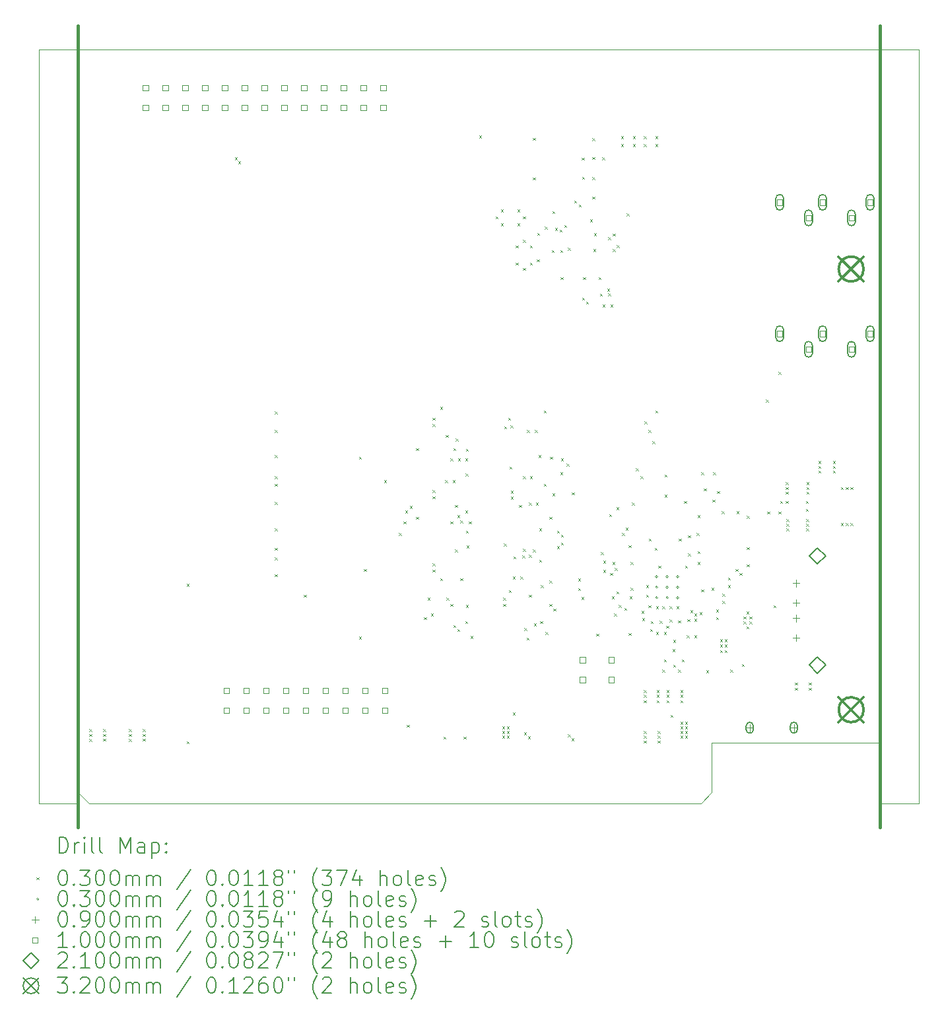
<source format=gbr>
%TF.GenerationSoftware,KiCad,Pcbnew,7.0.7*%
%TF.CreationDate,2023-10-23T19:44:44-06:00*%
%TF.ProjectId,PicoGUS chipdown with edge rails,5069636f-4755-4532-9063-686970646f77,rev?*%
%TF.SameCoordinates,Original*%
%TF.FileFunction,Drillmap*%
%TF.FilePolarity,Positive*%
%FSLAX45Y45*%
G04 Gerber Fmt 4.5, Leading zero omitted, Abs format (unit mm)*
G04 Created by KiCad (PCBNEW 7.0.7) date 2023-10-23 19:44:44*
%MOMM*%
%LPD*%
G01*
G04 APERTURE LIST*
%ADD10C,0.400000*%
%ADD11C,0.100000*%
%ADD12C,0.200000*%
%ADD13C,0.030000*%
%ADD14C,0.090000*%
%ADD15C,0.210000*%
%ADD16C,0.320000*%
G04 APERTURE END LIST*
D10*
X19994000Y-1700000D02*
X19994000Y-11973625D01*
X9706000Y-1700000D02*
X9706000Y-11973625D01*
D11*
X20493500Y-11673625D02*
X20493500Y-2000000D01*
X9706500Y-2000000D02*
X9206500Y-2000000D01*
X17691625Y-11671500D02*
X17834500Y-11530750D01*
X17834500Y-10895750D02*
X19993500Y-10895750D01*
X9206500Y-2000000D02*
X9206500Y-11673625D01*
X19993500Y-2000000D02*
X9706500Y-2000000D01*
X9206500Y-11673625D02*
X9206500Y-11673625D01*
X9706500Y-11673625D02*
X9706500Y-11530750D01*
X9206500Y-11673625D02*
X9706500Y-11673625D01*
X19993500Y-10895750D02*
X19993500Y-11673625D01*
X17834500Y-11530750D02*
X17834500Y-10895750D01*
X20493500Y-2000000D02*
X19993500Y-2000000D01*
X9849375Y-11673625D02*
X17691625Y-11671500D01*
X9706500Y-11530750D02*
X9849375Y-11673625D01*
X19993500Y-11673625D02*
X20493500Y-11673625D01*
D12*
D13*
X9850250Y-10715650D02*
X9880250Y-10745650D01*
X9880250Y-10715650D02*
X9850250Y-10745650D01*
X9850250Y-10779150D02*
X9880250Y-10809150D01*
X9880250Y-10779150D02*
X9850250Y-10809150D01*
X9850250Y-10842650D02*
X9880250Y-10872650D01*
X9880250Y-10842650D02*
X9850250Y-10872650D01*
X10028050Y-10715650D02*
X10058050Y-10745650D01*
X10058050Y-10715650D02*
X10028050Y-10745650D01*
X10028050Y-10779150D02*
X10058050Y-10809150D01*
X10058050Y-10779150D02*
X10028050Y-10809150D01*
X10028050Y-10842000D02*
X10058050Y-10872000D01*
X10058050Y-10842000D02*
X10028050Y-10872000D01*
X10358250Y-10715650D02*
X10388250Y-10745650D01*
X10388250Y-10715650D02*
X10358250Y-10745650D01*
X10358250Y-10779150D02*
X10388250Y-10809150D01*
X10388250Y-10779150D02*
X10358250Y-10809150D01*
X10358250Y-10843750D02*
X10388250Y-10873750D01*
X10388250Y-10843750D02*
X10358250Y-10873750D01*
X10536050Y-10715650D02*
X10566050Y-10745650D01*
X10566050Y-10715650D02*
X10536050Y-10745650D01*
X10536050Y-10779150D02*
X10566050Y-10809150D01*
X10566050Y-10779150D02*
X10536050Y-10809150D01*
X10536050Y-10842000D02*
X10566050Y-10872000D01*
X10566050Y-10842000D02*
X10536050Y-10872000D01*
X11099250Y-8853750D02*
X11129250Y-8883750D01*
X11129250Y-8853750D02*
X11099250Y-8883750D01*
X11099250Y-10873750D02*
X11129250Y-10903750D01*
X11129250Y-10873750D02*
X11099250Y-10903750D01*
X11716750Y-3386250D02*
X11746750Y-3416250D01*
X11746750Y-3386250D02*
X11716750Y-3416250D01*
X11759250Y-3433750D02*
X11789250Y-3463750D01*
X11789250Y-3433750D02*
X11759250Y-3463750D01*
X12229250Y-6643750D02*
X12259250Y-6673750D01*
X12259250Y-6643750D02*
X12229250Y-6673750D01*
X12229250Y-6883750D02*
X12259250Y-6913750D01*
X12259250Y-6883750D02*
X12229250Y-6913750D01*
X12229250Y-7203750D02*
X12259250Y-7233750D01*
X12259250Y-7203750D02*
X12229250Y-7233750D01*
X12229250Y-7473750D02*
X12259250Y-7503750D01*
X12259250Y-7473750D02*
X12229250Y-7503750D01*
X12229250Y-7573750D02*
X12259250Y-7603750D01*
X12259250Y-7573750D02*
X12229250Y-7603750D01*
X12229250Y-7803750D02*
X12259250Y-7833750D01*
X12259250Y-7803750D02*
X12229250Y-7833750D01*
X12229250Y-8143750D02*
X12259250Y-8173750D01*
X12259250Y-8143750D02*
X12229250Y-8173750D01*
X12229250Y-8393750D02*
X12259250Y-8423750D01*
X12259250Y-8393750D02*
X12229250Y-8423750D01*
X12229250Y-8513750D02*
X12259250Y-8543750D01*
X12259250Y-8513750D02*
X12229250Y-8543750D01*
X12229250Y-8733750D02*
X12259250Y-8763750D01*
X12259250Y-8733750D02*
X12229250Y-8763750D01*
X12599250Y-8993750D02*
X12629250Y-9023750D01*
X12629250Y-8993750D02*
X12599250Y-9023750D01*
X13309250Y-7223750D02*
X13339250Y-7253750D01*
X13339250Y-7223750D02*
X13309250Y-7253750D01*
X13309250Y-9533750D02*
X13339250Y-9563750D01*
X13339250Y-9533750D02*
X13309250Y-9563750D01*
X13369250Y-8663750D02*
X13399250Y-8693750D01*
X13399250Y-8663750D02*
X13369250Y-8693750D01*
X13629250Y-7523750D02*
X13659250Y-7553750D01*
X13659250Y-7523750D02*
X13629250Y-7553750D01*
X13819250Y-8203750D02*
X13849250Y-8233750D01*
X13849250Y-8203750D02*
X13819250Y-8233750D01*
X13876750Y-8053750D02*
X13906750Y-8083750D01*
X13906750Y-8053750D02*
X13876750Y-8083750D01*
X13899250Y-7913750D02*
X13929250Y-7943750D01*
X13929250Y-7913750D02*
X13899250Y-7943750D01*
X13919250Y-10663750D02*
X13949250Y-10693750D01*
X13949250Y-10663750D02*
X13919250Y-10693750D01*
X13959250Y-7853750D02*
X13989250Y-7883750D01*
X13989250Y-7853750D02*
X13959250Y-7883750D01*
X14039250Y-7113750D02*
X14069250Y-7143750D01*
X14069250Y-7113750D02*
X14039250Y-7143750D01*
X14039250Y-7993750D02*
X14069250Y-8023750D01*
X14069250Y-7993750D02*
X14039250Y-8023750D01*
X14139250Y-9283750D02*
X14169250Y-9313750D01*
X14169250Y-9283750D02*
X14139250Y-9313750D01*
X14189250Y-9033750D02*
X14219250Y-9063750D01*
X14219250Y-9033750D02*
X14189250Y-9063750D01*
X14229250Y-9233750D02*
X14259250Y-9263750D01*
X14259250Y-9233750D02*
X14229250Y-9263750D01*
X14249250Y-6723750D02*
X14279250Y-6753750D01*
X14279250Y-6723750D02*
X14249250Y-6753750D01*
X14249250Y-6803750D02*
X14279250Y-6833750D01*
X14279250Y-6803750D02*
X14249250Y-6833750D01*
X14249250Y-7653750D02*
X14279250Y-7683750D01*
X14279250Y-7653750D02*
X14249250Y-7683750D01*
X14249250Y-7733750D02*
X14279250Y-7763750D01*
X14279250Y-7733750D02*
X14249250Y-7763750D01*
X14249250Y-8593750D02*
X14279250Y-8623750D01*
X14279250Y-8593750D02*
X14249250Y-8623750D01*
X14249250Y-8673750D02*
X14279250Y-8703750D01*
X14279250Y-8673750D02*
X14249250Y-8703750D01*
X14349250Y-6583750D02*
X14379250Y-6613750D01*
X14379250Y-6583750D02*
X14349250Y-6613750D01*
X14349250Y-8783750D02*
X14379250Y-8813750D01*
X14379250Y-8783750D02*
X14349250Y-8813750D01*
X14389250Y-10813750D02*
X14419250Y-10843750D01*
X14419250Y-10813750D02*
X14389250Y-10843750D01*
X14414250Y-7523750D02*
X14444250Y-7553750D01*
X14444250Y-7523750D02*
X14414250Y-7553750D01*
X14419250Y-6943750D02*
X14449250Y-6973750D01*
X14449250Y-6943750D02*
X14419250Y-6973750D01*
X14429250Y-9033750D02*
X14459250Y-9063750D01*
X14459250Y-9033750D02*
X14429250Y-9063750D01*
X14479250Y-7243750D02*
X14509250Y-7273750D01*
X14509250Y-7243750D02*
X14479250Y-7273750D01*
X14479250Y-8053750D02*
X14509250Y-8083750D01*
X14509250Y-8053750D02*
X14479250Y-8083750D01*
X14479250Y-9113750D02*
X14509250Y-9143750D01*
X14509250Y-9113750D02*
X14479250Y-9143750D01*
X14509250Y-7523750D02*
X14539250Y-7553750D01*
X14539250Y-7523750D02*
X14509250Y-7553750D01*
X14519250Y-7113750D02*
X14549250Y-7143750D01*
X14549250Y-7113750D02*
X14519250Y-7143750D01*
X14519250Y-9383750D02*
X14549250Y-9413750D01*
X14549250Y-9383750D02*
X14519250Y-9413750D01*
X14539250Y-7843750D02*
X14569250Y-7873750D01*
X14569250Y-7843750D02*
X14539250Y-7873750D01*
X14539250Y-8413750D02*
X14569250Y-8443750D01*
X14569250Y-8413750D02*
X14539250Y-8443750D01*
X14549250Y-6993750D02*
X14579250Y-7023750D01*
X14579250Y-6993750D02*
X14549250Y-7023750D01*
X14569250Y-7973750D02*
X14599250Y-8003750D01*
X14599250Y-7973750D02*
X14569250Y-8003750D01*
X14569250Y-9433750D02*
X14599250Y-9463750D01*
X14599250Y-9433750D02*
X14569250Y-9463750D01*
X14579250Y-7243750D02*
X14609250Y-7273750D01*
X14609250Y-7243750D02*
X14579250Y-7273750D01*
X14609250Y-8043750D02*
X14639250Y-8073750D01*
X14639250Y-8043750D02*
X14609250Y-8073750D01*
X14609250Y-8783750D02*
X14639250Y-8813750D01*
X14639250Y-8783750D02*
X14609250Y-8813750D01*
X14649250Y-10813750D02*
X14679250Y-10843750D01*
X14679250Y-10813750D02*
X14649250Y-10843750D01*
X14669250Y-7243750D02*
X14699250Y-7273750D01*
X14699250Y-7243750D02*
X14669250Y-7273750D01*
X14669250Y-7913750D02*
X14699250Y-7943750D01*
X14699250Y-7913750D02*
X14669250Y-7943750D01*
X14669250Y-9333750D02*
X14699250Y-9363750D01*
X14699250Y-9333750D02*
X14669250Y-9363750D01*
X14674250Y-7438750D02*
X14704250Y-7468750D01*
X14704250Y-7438750D02*
X14674250Y-7468750D01*
X14679250Y-7123750D02*
X14709250Y-7153750D01*
X14709250Y-7123750D02*
X14679250Y-7153750D01*
X14679250Y-8173750D02*
X14709250Y-8203750D01*
X14709250Y-8173750D02*
X14679250Y-8203750D01*
X14679250Y-9123750D02*
X14709250Y-9153750D01*
X14709250Y-9123750D02*
X14679250Y-9153750D01*
X14689250Y-8363750D02*
X14719250Y-8393750D01*
X14719250Y-8363750D02*
X14689250Y-8393750D01*
X14719250Y-8053750D02*
X14749250Y-8083750D01*
X14749250Y-8053750D02*
X14719250Y-8083750D01*
X14739250Y-9521850D02*
X14769250Y-9551850D01*
X14769250Y-9521850D02*
X14739250Y-9551850D01*
X14849250Y-3103750D02*
X14879250Y-3133750D01*
X14879250Y-3103750D02*
X14849250Y-3133750D01*
X15059250Y-4143750D02*
X15089250Y-4173750D01*
X15089250Y-4143750D02*
X15059250Y-4173750D01*
X15129250Y-4053750D02*
X15159250Y-4083750D01*
X15159250Y-4053750D02*
X15129250Y-4083750D01*
X15129250Y-4233750D02*
X15159250Y-4263750D01*
X15159250Y-4233750D02*
X15129250Y-4263750D01*
X15143150Y-10682830D02*
X15173150Y-10712830D01*
X15173150Y-10682830D02*
X15143150Y-10712830D01*
X15143150Y-10742830D02*
X15173150Y-10772830D01*
X15173150Y-10742830D02*
X15143150Y-10772830D01*
X15143150Y-10802830D02*
X15173150Y-10832830D01*
X15173150Y-10802830D02*
X15143150Y-10832830D01*
X15159250Y-9033750D02*
X15189250Y-9063750D01*
X15189250Y-9033750D02*
X15159250Y-9063750D01*
X15159250Y-9113750D02*
X15189250Y-9143750D01*
X15189250Y-9113750D02*
X15159250Y-9143750D01*
X15164250Y-8338750D02*
X15194250Y-8368750D01*
X15194250Y-8338750D02*
X15164250Y-8368750D01*
X15169250Y-6833750D02*
X15199250Y-6863750D01*
X15199250Y-6833750D02*
X15169250Y-6863750D01*
X15203150Y-10682830D02*
X15233150Y-10712830D01*
X15233150Y-10682830D02*
X15203150Y-10712830D01*
X15203150Y-10742830D02*
X15233150Y-10772830D01*
X15233150Y-10742830D02*
X15203150Y-10772830D01*
X15203150Y-10802830D02*
X15233150Y-10832830D01*
X15233150Y-10802830D02*
X15203150Y-10832830D01*
X15219250Y-6723750D02*
X15249250Y-6753750D01*
X15249250Y-6723750D02*
X15219250Y-6753750D01*
X15229250Y-8933750D02*
X15259250Y-8963750D01*
X15259250Y-8933750D02*
X15229250Y-8963750D01*
X15239250Y-7353750D02*
X15269250Y-7383750D01*
X15269250Y-7353750D02*
X15239250Y-7383750D01*
X15249250Y-6823750D02*
X15279250Y-6853750D01*
X15279250Y-6823750D02*
X15249250Y-6853750D01*
X15254250Y-7658750D02*
X15284250Y-7688750D01*
X15284250Y-7658750D02*
X15254250Y-7688750D01*
X15254250Y-7738750D02*
X15284250Y-7768750D01*
X15284250Y-7738750D02*
X15254250Y-7768750D01*
X15279250Y-8763750D02*
X15309250Y-8793750D01*
X15309250Y-8763750D02*
X15279250Y-8793750D01*
X15279250Y-10503750D02*
X15309250Y-10533750D01*
X15309250Y-10503750D02*
X15279250Y-10533750D01*
X15289250Y-8503750D02*
X15319250Y-8533750D01*
X15319250Y-8503750D02*
X15289250Y-8533750D01*
X15319250Y-4513750D02*
X15349250Y-4543750D01*
X15349250Y-4513750D02*
X15319250Y-4543750D01*
X15319250Y-4733750D02*
X15349250Y-4763750D01*
X15349250Y-4733750D02*
X15319250Y-4763750D01*
X15339250Y-4053750D02*
X15369250Y-4083750D01*
X15369250Y-4053750D02*
X15339250Y-4083750D01*
X15339250Y-4233750D02*
X15369250Y-4263750D01*
X15369250Y-4233750D02*
X15339250Y-4263750D01*
X15359250Y-7843750D02*
X15389250Y-7873750D01*
X15389250Y-7843750D02*
X15359250Y-7873750D01*
X15379250Y-8763750D02*
X15409250Y-8793750D01*
X15409250Y-8763750D02*
X15379250Y-8793750D01*
X15404400Y-8488900D02*
X15434400Y-8518900D01*
X15434400Y-8488900D02*
X15404400Y-8518900D01*
X15409250Y-4143750D02*
X15439250Y-4173750D01*
X15439250Y-4143750D02*
X15409250Y-4173750D01*
X15409250Y-4443750D02*
X15439250Y-4473750D01*
X15439250Y-4443750D02*
X15409250Y-4473750D01*
X15409250Y-4803750D02*
X15439250Y-4833750D01*
X15439250Y-4803750D02*
X15409250Y-4833750D01*
X15409250Y-8403750D02*
X15439250Y-8433750D01*
X15439250Y-8403750D02*
X15409250Y-8433750D01*
X15409350Y-7473650D02*
X15439350Y-7503650D01*
X15439350Y-7473650D02*
X15409350Y-7503650D01*
X15424250Y-10758750D02*
X15454250Y-10788750D01*
X15454250Y-10758750D02*
X15424250Y-10788750D01*
X15429250Y-9423750D02*
X15459250Y-9453750D01*
X15459250Y-9423750D02*
X15429250Y-9453750D01*
X15459250Y-9543750D02*
X15489250Y-9573750D01*
X15489250Y-9543750D02*
X15459250Y-9573750D01*
X15463650Y-6883750D02*
X15493650Y-6913750D01*
X15493650Y-6883750D02*
X15463650Y-6913750D01*
X15474250Y-10808750D02*
X15504250Y-10838750D01*
X15504250Y-10808750D02*
X15474250Y-10838750D01*
X15489250Y-7813750D02*
X15519250Y-7843750D01*
X15519250Y-7813750D02*
X15489250Y-7843750D01*
X15489250Y-8483750D02*
X15519250Y-8513750D01*
X15519250Y-8483750D02*
X15489250Y-8513750D01*
X15489250Y-8993750D02*
X15519250Y-9023750D01*
X15519250Y-8993750D02*
X15489250Y-9023750D01*
X15499250Y-4513750D02*
X15529250Y-4543750D01*
X15529250Y-4513750D02*
X15499250Y-4543750D01*
X15499250Y-4733750D02*
X15529250Y-4763750D01*
X15529250Y-4733750D02*
X15499250Y-4763750D01*
X15501750Y-7473750D02*
X15531750Y-7503750D01*
X15531750Y-7473750D02*
X15501750Y-7503750D01*
X15538750Y-3643750D02*
X15568750Y-3673750D01*
X15568750Y-3643750D02*
X15538750Y-3673750D01*
X15539250Y-3133750D02*
X15569250Y-3163750D01*
X15569250Y-3133750D02*
X15539250Y-3163750D01*
X15539850Y-8413750D02*
X15569850Y-8443750D01*
X15569850Y-8413750D02*
X15539850Y-8443750D01*
X15549250Y-9363750D02*
X15579250Y-9393750D01*
X15579250Y-9363750D02*
X15549250Y-9393750D01*
X15565250Y-6883750D02*
X15595250Y-6913750D01*
X15595250Y-6883750D02*
X15565250Y-6913750D01*
X15577950Y-7813750D02*
X15607950Y-7843750D01*
X15607950Y-7813750D02*
X15577950Y-7843750D01*
X15589250Y-4693750D02*
X15619250Y-4723750D01*
X15619250Y-4693750D02*
X15589250Y-4723750D01*
X15591750Y-4353750D02*
X15621750Y-4383750D01*
X15621750Y-4353750D02*
X15591750Y-4383750D01*
X15609250Y-7203750D02*
X15639250Y-7233750D01*
X15639250Y-7203750D02*
X15609250Y-7233750D01*
X15619250Y-8143750D02*
X15649250Y-8173750D01*
X15649250Y-8143750D02*
X15619250Y-8173750D01*
X15619250Y-8543750D02*
X15649250Y-8573750D01*
X15649250Y-8543750D02*
X15619250Y-8573750D01*
X15629250Y-9333750D02*
X15659250Y-9363750D01*
X15659250Y-9333750D02*
X15629250Y-9363750D01*
X15639250Y-8873750D02*
X15669250Y-8903750D01*
X15669250Y-8873750D02*
X15639250Y-8903750D01*
X15679250Y-6633750D02*
X15709250Y-6663750D01*
X15709250Y-6633750D02*
X15679250Y-6663750D01*
X15679250Y-7573750D02*
X15709250Y-7603750D01*
X15709250Y-7573750D02*
X15679250Y-7603750D01*
X15691750Y-4273750D02*
X15721750Y-4303750D01*
X15721750Y-4273750D02*
X15691750Y-4303750D01*
X15699250Y-9473750D02*
X15729250Y-9503750D01*
X15729250Y-9473750D02*
X15699250Y-9503750D01*
X15749250Y-7993750D02*
X15779250Y-8023750D01*
X15779250Y-7993750D02*
X15749250Y-8023750D01*
X15749250Y-8813750D02*
X15779250Y-8843750D01*
X15779250Y-8813750D02*
X15749250Y-8843750D01*
X15749250Y-9113750D02*
X15779250Y-9143750D01*
X15779250Y-9113750D02*
X15749250Y-9143750D01*
X15759250Y-7223750D02*
X15789250Y-7253750D01*
X15789250Y-7223750D02*
X15759250Y-7253750D01*
X15779250Y-4573750D02*
X15809250Y-4603750D01*
X15809250Y-4573750D02*
X15779250Y-4603750D01*
X15789250Y-4073750D02*
X15819250Y-4103750D01*
X15819250Y-4073750D02*
X15789250Y-4103750D01*
X15789250Y-7693750D02*
X15819250Y-7723750D01*
X15819250Y-7693750D02*
X15789250Y-7723750D01*
X15799250Y-9173750D02*
X15829250Y-9203750D01*
X15829250Y-9173750D02*
X15799250Y-9203750D01*
X15823750Y-4293250D02*
X15853750Y-4323250D01*
X15853750Y-4293250D02*
X15823750Y-4323250D01*
X15849250Y-8173750D02*
X15879250Y-8203750D01*
X15879250Y-8173750D02*
X15849250Y-8203750D01*
X15849250Y-8373750D02*
X15879250Y-8403750D01*
X15879250Y-8373750D02*
X15849250Y-8403750D01*
X15881750Y-4311250D02*
X15911750Y-4341250D01*
X15911750Y-4311250D02*
X15881750Y-4341250D01*
X15889250Y-4573750D02*
X15919250Y-4603750D01*
X15919250Y-4573750D02*
X15889250Y-4603750D01*
X15889250Y-7423750D02*
X15919250Y-7453750D01*
X15919250Y-7423750D02*
X15889250Y-7453750D01*
X15891750Y-4921250D02*
X15921750Y-4951250D01*
X15921750Y-4921250D02*
X15891750Y-4951250D01*
X15899250Y-7243750D02*
X15929250Y-7273750D01*
X15929250Y-7243750D02*
X15899250Y-7273750D01*
X15899250Y-8223750D02*
X15929250Y-8253750D01*
X15929250Y-8223750D02*
X15899250Y-8253750D01*
X15899250Y-8323750D02*
X15929250Y-8353750D01*
X15929250Y-8323750D02*
X15899250Y-8353750D01*
X15941750Y-4251250D02*
X15971750Y-4281250D01*
X15971750Y-4251250D02*
X15941750Y-4281250D01*
X15969250Y-7313750D02*
X15999250Y-7343750D01*
X15999250Y-7313750D02*
X15969250Y-7343750D01*
X15989250Y-4544461D02*
X16019250Y-4574461D01*
X16019250Y-4544461D02*
X15989250Y-4574461D01*
X15989250Y-10783750D02*
X16019250Y-10813750D01*
X16019250Y-10783750D02*
X15989250Y-10813750D01*
X16035250Y-10833750D02*
X16065250Y-10863750D01*
X16065250Y-10833750D02*
X16035250Y-10863750D01*
X16039250Y-7683750D02*
X16069250Y-7713750D01*
X16069250Y-7683750D02*
X16039250Y-7713750D01*
X16068250Y-3940339D02*
X16098250Y-3970339D01*
X16098250Y-3940339D02*
X16068250Y-3970339D01*
X16119250Y-8788750D02*
X16149250Y-8818750D01*
X16149250Y-8788750D02*
X16119250Y-8818750D01*
X16119250Y-8908750D02*
X16149250Y-8938750D01*
X16149250Y-8908750D02*
X16119250Y-8938750D01*
X16128250Y-3990339D02*
X16158250Y-4020339D01*
X16158250Y-3990339D02*
X16128250Y-4020339D01*
X16159250Y-9023750D02*
X16189250Y-9053750D01*
X16189250Y-9023750D02*
X16159250Y-9053750D01*
X16164250Y-3388750D02*
X16194250Y-3418750D01*
X16194250Y-3388750D02*
X16164250Y-3418750D01*
X16169250Y-3633750D02*
X16199250Y-3663750D01*
X16199250Y-3633750D02*
X16169250Y-3663750D01*
X16169250Y-5183750D02*
X16199250Y-5213750D01*
X16199250Y-5183750D02*
X16169250Y-5213750D01*
X16181750Y-4921250D02*
X16211750Y-4951250D01*
X16211750Y-4921250D02*
X16181750Y-4951250D01*
X16219250Y-5233750D02*
X16249250Y-5263750D01*
X16249250Y-5233750D02*
X16219250Y-5263750D01*
X16271750Y-4181250D02*
X16301750Y-4211250D01*
X16301750Y-4181250D02*
X16271750Y-4211250D01*
X16298750Y-3139161D02*
X16328750Y-3169161D01*
X16328750Y-3139161D02*
X16298750Y-3169161D01*
X16298750Y-3382661D02*
X16328750Y-3412661D01*
X16328750Y-3382661D02*
X16298750Y-3412661D01*
X16298750Y-3637411D02*
X16328750Y-3667411D01*
X16328750Y-3637411D02*
X16298750Y-3667411D01*
X16298750Y-3887411D02*
X16328750Y-3917411D01*
X16328750Y-3887411D02*
X16298750Y-3917411D01*
X16314250Y-4561250D02*
X16344250Y-4591250D01*
X16344250Y-4561250D02*
X16314250Y-4591250D01*
X16323250Y-4358850D02*
X16353250Y-4388850D01*
X16353250Y-4358850D02*
X16323250Y-4388850D01*
X16349250Y-9493750D02*
X16379250Y-9523750D01*
X16379250Y-9493750D02*
X16349250Y-9523750D01*
X16381750Y-4921250D02*
X16411750Y-4951250D01*
X16411750Y-4921250D02*
X16381750Y-4951250D01*
X16399250Y-5133750D02*
X16429250Y-5163750D01*
X16429250Y-5133750D02*
X16399250Y-5163750D01*
X16409250Y-8448750D02*
X16439250Y-8478750D01*
X16439250Y-8448750D02*
X16409250Y-8478750D01*
X16429250Y-3383750D02*
X16459250Y-3413750D01*
X16459250Y-3383750D02*
X16429250Y-3413750D01*
X16431750Y-5271250D02*
X16461750Y-5301250D01*
X16461750Y-5271250D02*
X16431750Y-5301250D01*
X16439250Y-8558750D02*
X16469250Y-8588750D01*
X16469250Y-8558750D02*
X16439250Y-8588750D01*
X16439250Y-8678750D02*
X16469250Y-8708750D01*
X16469250Y-8678750D02*
X16439250Y-8708750D01*
X16491750Y-5071250D02*
X16521750Y-5101250D01*
X16521750Y-5071250D02*
X16491750Y-5101250D01*
X16501750Y-4411250D02*
X16531750Y-4441250D01*
X16531750Y-4411250D02*
X16501750Y-4441250D01*
X16501750Y-5131250D02*
X16531750Y-5161250D01*
X16531750Y-5131250D02*
X16501750Y-5161250D01*
X16517750Y-7959750D02*
X16547750Y-7989750D01*
X16547750Y-7959750D02*
X16517750Y-7989750D01*
X16529250Y-8713750D02*
X16559250Y-8743750D01*
X16559250Y-8713750D02*
X16529250Y-8743750D01*
X16531750Y-5271250D02*
X16561750Y-5301250D01*
X16561750Y-5271250D02*
X16531750Y-5301250D01*
X16549250Y-9013750D02*
X16579250Y-9043750D01*
X16579250Y-9013750D02*
X16549250Y-9043750D01*
X16559250Y-8573750D02*
X16589250Y-8603750D01*
X16589250Y-8573750D02*
X16559250Y-8603750D01*
X16561750Y-4361250D02*
X16591750Y-4391250D01*
X16591750Y-4361250D02*
X16561750Y-4391250D01*
X16561750Y-4561250D02*
X16591750Y-4591250D01*
X16591750Y-4561250D02*
X16561750Y-4591250D01*
X16579250Y-9233750D02*
X16609250Y-9263750D01*
X16609250Y-9233750D02*
X16579250Y-9263750D01*
X16589250Y-8653750D02*
X16619250Y-8683750D01*
X16619250Y-8653750D02*
X16589250Y-8683750D01*
X16609250Y-7873750D02*
X16639250Y-7903750D01*
X16639250Y-7873750D02*
X16609250Y-7903750D01*
X16609250Y-8953750D02*
X16639250Y-8983750D01*
X16639250Y-8953750D02*
X16609250Y-8983750D01*
X16611750Y-4509250D02*
X16641750Y-4539250D01*
X16641750Y-4509250D02*
X16611750Y-4539250D01*
X16639250Y-9123750D02*
X16669250Y-9153750D01*
X16669250Y-9123750D02*
X16639250Y-9153750D01*
X16669250Y-3113750D02*
X16699250Y-3143750D01*
X16699250Y-3113750D02*
X16669250Y-3143750D01*
X16669250Y-3213750D02*
X16699250Y-3243750D01*
X16699250Y-3213750D02*
X16669250Y-3243750D01*
X16679250Y-8203750D02*
X16709250Y-8233750D01*
X16709250Y-8203750D02*
X16679250Y-8233750D01*
X16709250Y-9163750D02*
X16739250Y-9193750D01*
X16739250Y-9163750D02*
X16709250Y-9193750D01*
X16729250Y-8133750D02*
X16759250Y-8163750D01*
X16759250Y-8133750D02*
X16729250Y-8163750D01*
X16739250Y-4103750D02*
X16769250Y-4133750D01*
X16769250Y-4103750D02*
X16739250Y-4133750D01*
X16764130Y-9483750D02*
X16794130Y-9513750D01*
X16794130Y-9483750D02*
X16764130Y-9513750D01*
X16764250Y-8358750D02*
X16794250Y-8388750D01*
X16794250Y-8358750D02*
X16764250Y-8388750D01*
X16779250Y-9013750D02*
X16809250Y-9043750D01*
X16809250Y-9013750D02*
X16779250Y-9043750D01*
X16789250Y-8573750D02*
X16819250Y-8603750D01*
X16819250Y-8573750D02*
X16789250Y-8603750D01*
X16789250Y-8903750D02*
X16819250Y-8933750D01*
X16819250Y-8903750D02*
X16789250Y-8933750D01*
X16809250Y-7813750D02*
X16839250Y-7843750D01*
X16839250Y-7813750D02*
X16809250Y-7843750D01*
X16819250Y-3113750D02*
X16849250Y-3143750D01*
X16849250Y-3113750D02*
X16819250Y-3143750D01*
X16819250Y-3213750D02*
X16849250Y-3243750D01*
X16849250Y-3213750D02*
X16819250Y-3243750D01*
X16859250Y-7373750D02*
X16889250Y-7403750D01*
X16889250Y-7373750D02*
X16859250Y-7403750D01*
X16919250Y-7473750D02*
X16949250Y-7503750D01*
X16949250Y-7473750D02*
X16919250Y-7503750D01*
X16929250Y-9203750D02*
X16959250Y-9233750D01*
X16959250Y-9203750D02*
X16929250Y-9233750D01*
X16939250Y-9293750D02*
X16969250Y-9323750D01*
X16969250Y-9293750D02*
X16939250Y-9323750D01*
X16959250Y-3113750D02*
X16989250Y-3143750D01*
X16989250Y-3113750D02*
X16959250Y-3143750D01*
X16959250Y-3213750D02*
X16989250Y-3243750D01*
X16989250Y-3213750D02*
X16959250Y-3243750D01*
X16959250Y-10743750D02*
X16989250Y-10773750D01*
X16989250Y-10743750D02*
X16959250Y-10773750D01*
X16959250Y-10803750D02*
X16989250Y-10833750D01*
X16989250Y-10803750D02*
X16959250Y-10833750D01*
X16959250Y-10863750D02*
X16989250Y-10893750D01*
X16989250Y-10863750D02*
X16959250Y-10893750D01*
X16960650Y-10217250D02*
X16990650Y-10247250D01*
X16990650Y-10217250D02*
X16960650Y-10247250D01*
X16960650Y-10277250D02*
X16990650Y-10307250D01*
X16990650Y-10277250D02*
X16960650Y-10307250D01*
X16960650Y-10347250D02*
X16990650Y-10377250D01*
X16990650Y-10347250D02*
X16960650Y-10377250D01*
X16969250Y-6773750D02*
X16999250Y-6803750D01*
X16999250Y-6773750D02*
X16969250Y-6803750D01*
X16989250Y-8873750D02*
X17019250Y-8903750D01*
X17019250Y-8873750D02*
X16989250Y-8903750D01*
X16989250Y-8993750D02*
X17019250Y-9023750D01*
X17019250Y-8993750D02*
X16989250Y-9023750D01*
X17019250Y-6883750D02*
X17049250Y-6913750D01*
X17049250Y-6883750D02*
X17019250Y-6913750D01*
X17019250Y-9128150D02*
X17049250Y-9158150D01*
X17049250Y-9128150D02*
X17019250Y-9158150D01*
X17025750Y-8273750D02*
X17055750Y-8303750D01*
X17055750Y-8273750D02*
X17025750Y-8303750D01*
X17039250Y-9433750D02*
X17069250Y-9463750D01*
X17069250Y-9433750D02*
X17039250Y-9463750D01*
X17049250Y-9333750D02*
X17079250Y-9363750D01*
X17079250Y-9333750D02*
X17049250Y-9363750D01*
X17069250Y-7023750D02*
X17099250Y-7053750D01*
X17099250Y-7023750D02*
X17069250Y-7053750D01*
X17099250Y-8393750D02*
X17129250Y-8423750D01*
X17129250Y-8393750D02*
X17099250Y-8423750D01*
X17109250Y-3113750D02*
X17139250Y-3143750D01*
X17139250Y-3113750D02*
X17109250Y-3143750D01*
X17109250Y-3213750D02*
X17139250Y-3243750D01*
X17139250Y-3213750D02*
X17109250Y-3243750D01*
X17109250Y-6633750D02*
X17139250Y-6663750D01*
X17139250Y-6633750D02*
X17109250Y-6663750D01*
X17119250Y-9143750D02*
X17149250Y-9173750D01*
X17149250Y-9143750D02*
X17119250Y-9173750D01*
X17119250Y-9473750D02*
X17149250Y-9503750D01*
X17149250Y-9473750D02*
X17119250Y-9503750D01*
X17125750Y-10217250D02*
X17155750Y-10247250D01*
X17155750Y-10217250D02*
X17125750Y-10247250D01*
X17125750Y-10277250D02*
X17155750Y-10307250D01*
X17155750Y-10277250D02*
X17125750Y-10307250D01*
X17125750Y-10347250D02*
X17155750Y-10377250D01*
X17155750Y-10347250D02*
X17125750Y-10377250D01*
X17139250Y-10743750D02*
X17169250Y-10773750D01*
X17169250Y-10743750D02*
X17139250Y-10773750D01*
X17139250Y-10803750D02*
X17169250Y-10833750D01*
X17169250Y-10803750D02*
X17139250Y-10833750D01*
X17139250Y-10863750D02*
X17169250Y-10893750D01*
X17169250Y-10863750D02*
X17139250Y-10893750D01*
X17149250Y-8623750D02*
X17179250Y-8653750D01*
X17179250Y-8623750D02*
X17149250Y-8653750D01*
X17164250Y-9328750D02*
X17194250Y-9358750D01*
X17194250Y-9328750D02*
X17164250Y-9358750D01*
X17199250Y-9140850D02*
X17229250Y-9170850D01*
X17229250Y-9140850D02*
X17199250Y-9170850D01*
X17199250Y-9953750D02*
X17229250Y-9983750D01*
X17229250Y-9953750D02*
X17199250Y-9983750D01*
X17219250Y-9473750D02*
X17249250Y-9503750D01*
X17249250Y-9473750D02*
X17219250Y-9503750D01*
X17219250Y-9823750D02*
X17249250Y-9853750D01*
X17249250Y-9823750D02*
X17219250Y-9853750D01*
X17228750Y-7713750D02*
X17258750Y-7743750D01*
X17258750Y-7713750D02*
X17228750Y-7743750D01*
X17229250Y-7453750D02*
X17259250Y-7483750D01*
X17259250Y-7453750D02*
X17229250Y-7483750D01*
X17249250Y-9393750D02*
X17279250Y-9423750D01*
X17279250Y-9393750D02*
X17249250Y-9423750D01*
X17252750Y-10217250D02*
X17282750Y-10247250D01*
X17282750Y-10217250D02*
X17252750Y-10247250D01*
X17252750Y-10277250D02*
X17282750Y-10307250D01*
X17282750Y-10277250D02*
X17252750Y-10307250D01*
X17252750Y-10347250D02*
X17282750Y-10377250D01*
X17282750Y-10347250D02*
X17252750Y-10377250D01*
X17289250Y-9143750D02*
X17319250Y-9173750D01*
X17319250Y-9143750D02*
X17289250Y-9173750D01*
X17289250Y-9313750D02*
X17319250Y-9343750D01*
X17319250Y-9313750D02*
X17289250Y-9343750D01*
X17305250Y-10533750D02*
X17335250Y-10563750D01*
X17335250Y-10533750D02*
X17305250Y-10563750D01*
X17329250Y-9693750D02*
X17359250Y-9723750D01*
X17359250Y-9693750D02*
X17329250Y-9723750D01*
X17339250Y-9573750D02*
X17369250Y-9603750D01*
X17369250Y-9573750D02*
X17339250Y-9603750D01*
X17339250Y-9893750D02*
X17369250Y-9923750D01*
X17369250Y-9893750D02*
X17339250Y-9923750D01*
X17379250Y-9143750D02*
X17409250Y-9173750D01*
X17409250Y-9143750D02*
X17379250Y-9173750D01*
X17399250Y-9323750D02*
X17429250Y-9353750D01*
X17429250Y-9323750D02*
X17399250Y-9353750D01*
X17399250Y-9953750D02*
X17429250Y-9983750D01*
X17429250Y-9953750D02*
X17399250Y-9983750D01*
X17409250Y-8273750D02*
X17439250Y-8303750D01*
X17439250Y-8273750D02*
X17409250Y-8303750D01*
X17429250Y-10623750D02*
X17459250Y-10653750D01*
X17459250Y-10623750D02*
X17429250Y-10653750D01*
X17429250Y-10683750D02*
X17459250Y-10713750D01*
X17459250Y-10683750D02*
X17429250Y-10713750D01*
X17429250Y-10743750D02*
X17459250Y-10773750D01*
X17459250Y-10743750D02*
X17429250Y-10773750D01*
X17429250Y-10803750D02*
X17459250Y-10833750D01*
X17459250Y-10803750D02*
X17429250Y-10833750D01*
X17430550Y-10217250D02*
X17460550Y-10247250D01*
X17460550Y-10217250D02*
X17430550Y-10247250D01*
X17430550Y-10277250D02*
X17460550Y-10307250D01*
X17460550Y-10277250D02*
X17430550Y-10307250D01*
X17430550Y-10347250D02*
X17460550Y-10377250D01*
X17460550Y-10347250D02*
X17430550Y-10377250D01*
X17449250Y-9823750D02*
X17479250Y-9853750D01*
X17479250Y-9823750D02*
X17449250Y-9853750D01*
X17479250Y-7793750D02*
X17509250Y-7823750D01*
X17509250Y-7793750D02*
X17479250Y-7823750D01*
X17489250Y-8623750D02*
X17519250Y-8653750D01*
X17519250Y-8623750D02*
X17489250Y-8653750D01*
X17489250Y-10623750D02*
X17519250Y-10653750D01*
X17519250Y-10623750D02*
X17489250Y-10653750D01*
X17489250Y-10683750D02*
X17519250Y-10713750D01*
X17519250Y-10683750D02*
X17489250Y-10713750D01*
X17489250Y-10743750D02*
X17519250Y-10773750D01*
X17519250Y-10743750D02*
X17489250Y-10773750D01*
X17489250Y-10803750D02*
X17519250Y-10833750D01*
X17519250Y-10803750D02*
X17489250Y-10833750D01*
X17509250Y-9513750D02*
X17539250Y-9543750D01*
X17539250Y-9513750D02*
X17509250Y-9543750D01*
X17521050Y-9305950D02*
X17551050Y-9335950D01*
X17551050Y-9305950D02*
X17521050Y-9335950D01*
X17529250Y-8233750D02*
X17559250Y-8263750D01*
X17559250Y-8233750D02*
X17529250Y-8263750D01*
X17529250Y-8463750D02*
X17559250Y-8493750D01*
X17559250Y-8463750D02*
X17529250Y-8493750D01*
X17559250Y-9193750D02*
X17589250Y-9223750D01*
X17589250Y-9193750D02*
X17559250Y-9223750D01*
X17609250Y-9233750D02*
X17639250Y-9263750D01*
X17639250Y-9233750D02*
X17609250Y-9263750D01*
X17609250Y-9303750D02*
X17639250Y-9333750D01*
X17639250Y-9303750D02*
X17609250Y-9333750D01*
X17609250Y-9513750D02*
X17639250Y-9543750D01*
X17639250Y-9513750D02*
X17609250Y-9543750D01*
X17639250Y-8203750D02*
X17669250Y-8233750D01*
X17669250Y-8203750D02*
X17639250Y-8233750D01*
X17649250Y-7973750D02*
X17679250Y-8003750D01*
X17679250Y-7973750D02*
X17649250Y-8003750D01*
X17649250Y-8433750D02*
X17679250Y-8463750D01*
X17679250Y-8433750D02*
X17649250Y-8463750D01*
X17649250Y-8573750D02*
X17679250Y-8603750D01*
X17679250Y-8573750D02*
X17649250Y-8603750D01*
X17675250Y-9217750D02*
X17705250Y-9247750D01*
X17705250Y-9217750D02*
X17675250Y-9247750D01*
X17699250Y-7423750D02*
X17729250Y-7453750D01*
X17729250Y-7423750D02*
X17699250Y-7453750D01*
X17699250Y-8925750D02*
X17729250Y-8955750D01*
X17729250Y-8925750D02*
X17699250Y-8955750D01*
X17729250Y-7631250D02*
X17759250Y-7661250D01*
X17759250Y-7631250D02*
X17729250Y-7661250D01*
X17759250Y-9963750D02*
X17789250Y-9993750D01*
X17789250Y-9963750D02*
X17759250Y-9993750D01*
X17829250Y-8903750D02*
X17859250Y-8933750D01*
X17859250Y-8903750D02*
X17829250Y-8933750D01*
X17839250Y-7773750D02*
X17869250Y-7803750D01*
X17869250Y-7773750D02*
X17839250Y-7803750D01*
X17849250Y-7423750D02*
X17879250Y-7453750D01*
X17879250Y-7423750D02*
X17849250Y-7453750D01*
X17889250Y-9183750D02*
X17919250Y-9213750D01*
X17919250Y-9183750D02*
X17889250Y-9213750D01*
X17889250Y-9283750D02*
X17919250Y-9313750D01*
X17919250Y-9283750D02*
X17889250Y-9313750D01*
X17899250Y-7663750D02*
X17929250Y-7693750D01*
X17929250Y-7663750D02*
X17899250Y-7693750D01*
X17939250Y-9563750D02*
X17969250Y-9593750D01*
X17969250Y-9563750D02*
X17939250Y-9593750D01*
X17939250Y-9633750D02*
X17969250Y-9663750D01*
X17969250Y-9633750D02*
X17939250Y-9663750D01*
X17939250Y-9703750D02*
X17969250Y-9733750D01*
X17969250Y-9703750D02*
X17939250Y-9733750D01*
X17959250Y-7923750D02*
X17989250Y-7953750D01*
X17989250Y-7923750D02*
X17959250Y-7953750D01*
X17969250Y-8983750D02*
X17999250Y-9013750D01*
X17999250Y-8983750D02*
X17969250Y-9013750D01*
X17969250Y-9073750D02*
X17999250Y-9103750D01*
X17999250Y-9073750D02*
X17969250Y-9103750D01*
X17999250Y-9563750D02*
X18029250Y-9593750D01*
X18029250Y-9563750D02*
X17999250Y-9593750D01*
X17999250Y-9633750D02*
X18029250Y-9663750D01*
X18029250Y-9633750D02*
X17999250Y-9663750D01*
X17999250Y-9703750D02*
X18029250Y-9733750D01*
X18029250Y-9703750D02*
X17999250Y-9733750D01*
X18039250Y-8773750D02*
X18069250Y-8803750D01*
X18069250Y-8773750D02*
X18039250Y-8803750D01*
X18039250Y-8873750D02*
X18069250Y-8903750D01*
X18069250Y-8873750D02*
X18039250Y-8903750D01*
X18069250Y-9953750D02*
X18099250Y-9983750D01*
X18099250Y-9953750D02*
X18069250Y-9983750D01*
X18139250Y-8663750D02*
X18169250Y-8693750D01*
X18169250Y-8663750D02*
X18139250Y-8693750D01*
X18149250Y-7923750D02*
X18179250Y-7953750D01*
X18179250Y-7923750D02*
X18149250Y-7953750D01*
X18189250Y-8713750D02*
X18219250Y-8743750D01*
X18219250Y-8713750D02*
X18189250Y-8743750D01*
X18219250Y-9883750D02*
X18249250Y-9913750D01*
X18249250Y-9883750D02*
X18219250Y-9913750D01*
X18240350Y-9272000D02*
X18270350Y-9302000D01*
X18270350Y-9272000D02*
X18240350Y-9302000D01*
X18240350Y-9335500D02*
X18270350Y-9365500D01*
X18270350Y-9335500D02*
X18240350Y-9365500D01*
X18278450Y-9208500D02*
X18308450Y-9238500D01*
X18308450Y-9208500D02*
X18278450Y-9238500D01*
X18278450Y-9399000D02*
X18308450Y-9429000D01*
X18308450Y-9399000D02*
X18278450Y-9429000D01*
X18279250Y-7983750D02*
X18309250Y-8013750D01*
X18309250Y-7983750D02*
X18279250Y-8013750D01*
X18279250Y-8383750D02*
X18309250Y-8413750D01*
X18309250Y-8383750D02*
X18279250Y-8413750D01*
X18279250Y-8603750D02*
X18309250Y-8633750D01*
X18309250Y-8603750D02*
X18279250Y-8633750D01*
X18316550Y-9272000D02*
X18346550Y-9302000D01*
X18346550Y-9272000D02*
X18316550Y-9302000D01*
X18316550Y-9335500D02*
X18346550Y-9365500D01*
X18346550Y-9335500D02*
X18316550Y-9365500D01*
X18529250Y-6493750D02*
X18559250Y-6523750D01*
X18559250Y-6493750D02*
X18529250Y-6523750D01*
X18541750Y-7926250D02*
X18571750Y-7956250D01*
X18571750Y-7926250D02*
X18541750Y-7956250D01*
X18625950Y-9128150D02*
X18655950Y-9158150D01*
X18655950Y-9128150D02*
X18625950Y-9158150D01*
X18686250Y-6136750D02*
X18716250Y-6166750D01*
X18716250Y-6136750D02*
X18686250Y-6166750D01*
X18686750Y-7926250D02*
X18716750Y-7956250D01*
X18716750Y-7926250D02*
X18686750Y-7956250D01*
X18709250Y-7793750D02*
X18739250Y-7823750D01*
X18739250Y-7793750D02*
X18709250Y-7823750D01*
X18779250Y-7550900D02*
X18809250Y-7580900D01*
X18809250Y-7550900D02*
X18779250Y-7580900D01*
X18779250Y-7613750D02*
X18809250Y-7643750D01*
X18809250Y-7613750D02*
X18779250Y-7643750D01*
X18779250Y-7673750D02*
X18809250Y-7703750D01*
X18809250Y-7673750D02*
X18779250Y-7703750D01*
X18779250Y-7793750D02*
X18809250Y-7823750D01*
X18809250Y-7793750D02*
X18779250Y-7823750D01*
X18791050Y-8023750D02*
X18821050Y-8053750D01*
X18821050Y-8023750D02*
X18791050Y-8053750D01*
X18791050Y-8083750D02*
X18821050Y-8113750D01*
X18821050Y-8083750D02*
X18791050Y-8113750D01*
X18791050Y-8143750D02*
X18821050Y-8173750D01*
X18821050Y-8143750D02*
X18791050Y-8173750D01*
X18899250Y-10118750D02*
X18929250Y-10148750D01*
X18929250Y-10118750D02*
X18899250Y-10148750D01*
X18899250Y-10188750D02*
X18929250Y-10218750D01*
X18929250Y-10188750D02*
X18899250Y-10218750D01*
X19039250Y-7793750D02*
X19069250Y-7823750D01*
X19069250Y-7793750D02*
X19039250Y-7823750D01*
X19039250Y-7893750D02*
X19069250Y-7923750D01*
X19069250Y-7893750D02*
X19039250Y-7923750D01*
X19042350Y-8023750D02*
X19072350Y-8053750D01*
X19072350Y-8023750D02*
X19042350Y-8053750D01*
X19042350Y-8083750D02*
X19072350Y-8113750D01*
X19072350Y-8083750D02*
X19042350Y-8113750D01*
X19042350Y-8143750D02*
X19072350Y-8173750D01*
X19072350Y-8143750D02*
X19042350Y-8173750D01*
X19049250Y-7550900D02*
X19079250Y-7580900D01*
X19079250Y-7550900D02*
X19049250Y-7580900D01*
X19049250Y-7613750D02*
X19079250Y-7643750D01*
X19079250Y-7613750D02*
X19049250Y-7643750D01*
X19049250Y-7673750D02*
X19079250Y-7703750D01*
X19079250Y-7673750D02*
X19049250Y-7703750D01*
X19079250Y-10118750D02*
X19109250Y-10148750D01*
X19109250Y-10118750D02*
X19079250Y-10148750D01*
X19079250Y-10188750D02*
X19109250Y-10218750D01*
X19109250Y-10188750D02*
X19079250Y-10218750D01*
X19199250Y-7280900D02*
X19229250Y-7310900D01*
X19229250Y-7280900D02*
X19199250Y-7310900D01*
X19199250Y-7343750D02*
X19229250Y-7373750D01*
X19229250Y-7343750D02*
X19199250Y-7373750D01*
X19199250Y-7403750D02*
X19229250Y-7433750D01*
X19229250Y-7403750D02*
X19199250Y-7433750D01*
X19387950Y-7280900D02*
X19417950Y-7310900D01*
X19417950Y-7280900D02*
X19387950Y-7310900D01*
X19387950Y-7343750D02*
X19417950Y-7373750D01*
X19417950Y-7343750D02*
X19387950Y-7373750D01*
X19387950Y-7403750D02*
X19417950Y-7433750D01*
X19417950Y-7403750D02*
X19387950Y-7433750D01*
X19489250Y-7613750D02*
X19519250Y-7643750D01*
X19519250Y-7613750D02*
X19489250Y-7643750D01*
X19489250Y-8073750D02*
X19519250Y-8103750D01*
X19519250Y-8073750D02*
X19489250Y-8103750D01*
X19549250Y-7613750D02*
X19579250Y-7643750D01*
X19579250Y-7613750D02*
X19549250Y-7643750D01*
X19549250Y-8073750D02*
X19579250Y-8103750D01*
X19579250Y-8073750D02*
X19549250Y-8103750D01*
X19609250Y-7613750D02*
X19639250Y-7643750D01*
X19639250Y-7613750D02*
X19609250Y-7643750D01*
X19609250Y-8073750D02*
X19639250Y-8103750D01*
X19639250Y-8073750D02*
X19609250Y-8103750D01*
X17140500Y-8763750D02*
G75*
G03*
X17140500Y-8763750I-15000J0D01*
G01*
X17140500Y-9033750D02*
G75*
G03*
X17140500Y-9033750I-15000J0D01*
G01*
X17140880Y-8898750D02*
G75*
G03*
X17140880Y-8898750I-15000J0D01*
G01*
X17275500Y-8764130D02*
G75*
G03*
X17275500Y-8764130I-15000J0D01*
G01*
X17275500Y-8898750D02*
G75*
G03*
X17275500Y-8898750I-15000J0D01*
G01*
X17275500Y-9033370D02*
G75*
G03*
X17275500Y-9033370I-15000J0D01*
G01*
X17410120Y-8898750D02*
G75*
G03*
X17410120Y-8898750I-15000J0D01*
G01*
X17410500Y-8763750D02*
G75*
G03*
X17410500Y-8763750I-15000J0D01*
G01*
X17410500Y-9033750D02*
G75*
G03*
X17410500Y-9033750I-15000J0D01*
G01*
D14*
X18319750Y-10655650D02*
X18319750Y-10745650D01*
X18274750Y-10700650D02*
X18364750Y-10700650D01*
D12*
X18274750Y-10675650D02*
X18274750Y-10725650D01*
X18274750Y-10725650D02*
G75*
G03*
X18364750Y-10725650I45000J0D01*
G01*
X18364750Y-10725650D02*
X18364750Y-10675650D01*
X18364750Y-10675650D02*
G75*
G03*
X18274750Y-10675650I-45000J0D01*
G01*
D14*
X18885750Y-10655650D02*
X18885750Y-10745650D01*
X18840750Y-10700650D02*
X18930750Y-10700650D01*
D12*
X18840750Y-10675650D02*
X18840750Y-10725650D01*
X18840750Y-10725650D02*
G75*
G03*
X18930750Y-10725650I45000J0D01*
G01*
X18930750Y-10725650D02*
X18930750Y-10675650D01*
X18930750Y-10675650D02*
G75*
G03*
X18840750Y-10675650I-45000J0D01*
G01*
D14*
X18915470Y-8802250D02*
X18915470Y-8892250D01*
X18870470Y-8847250D02*
X18960470Y-8847250D01*
X18915470Y-9052250D02*
X18915470Y-9142250D01*
X18870470Y-9097250D02*
X18960470Y-9097250D01*
X18915470Y-9252250D02*
X18915470Y-9342250D01*
X18870470Y-9297250D02*
X18960470Y-9297250D01*
X18915470Y-9502250D02*
X18915470Y-9592250D01*
X18870470Y-9547250D02*
X18960470Y-9547250D01*
D11*
X10606606Y-2530106D02*
X10606606Y-2459394D01*
X10535894Y-2459394D01*
X10535894Y-2530106D01*
X10606606Y-2530106D01*
X10606606Y-2784106D02*
X10606606Y-2713394D01*
X10535894Y-2713394D01*
X10535894Y-2784106D01*
X10606606Y-2784106D01*
X10860606Y-2530106D02*
X10860606Y-2459394D01*
X10789894Y-2459394D01*
X10789894Y-2530106D01*
X10860606Y-2530106D01*
X10860606Y-2784106D02*
X10860606Y-2713394D01*
X10789894Y-2713394D01*
X10789894Y-2784106D01*
X10860606Y-2784106D01*
X11114606Y-2530106D02*
X11114606Y-2459394D01*
X11043894Y-2459394D01*
X11043894Y-2530106D01*
X11114606Y-2530106D01*
X11114606Y-2784106D02*
X11114606Y-2713394D01*
X11043894Y-2713394D01*
X11043894Y-2784106D01*
X11114606Y-2784106D01*
X11368606Y-2530106D02*
X11368606Y-2459394D01*
X11297894Y-2459394D01*
X11297894Y-2530106D01*
X11368606Y-2530106D01*
X11368606Y-2784106D02*
X11368606Y-2713394D01*
X11297894Y-2713394D01*
X11297894Y-2784106D01*
X11368606Y-2784106D01*
X11622606Y-2530106D02*
X11622606Y-2459394D01*
X11551894Y-2459394D01*
X11551894Y-2530106D01*
X11622606Y-2530106D01*
X11622606Y-2784106D02*
X11622606Y-2713394D01*
X11551894Y-2713394D01*
X11551894Y-2784106D01*
X11622606Y-2784106D01*
X11640506Y-10258006D02*
X11640506Y-10187294D01*
X11569794Y-10187294D01*
X11569794Y-10258006D01*
X11640506Y-10258006D01*
X11640506Y-10512006D02*
X11640506Y-10441294D01*
X11569794Y-10441294D01*
X11569794Y-10512006D01*
X11640506Y-10512006D01*
X11876606Y-2530106D02*
X11876606Y-2459394D01*
X11805894Y-2459394D01*
X11805894Y-2530106D01*
X11876606Y-2530106D01*
X11876606Y-2784106D02*
X11876606Y-2713394D01*
X11805894Y-2713394D01*
X11805894Y-2784106D01*
X11876606Y-2784106D01*
X11894506Y-10258006D02*
X11894506Y-10187294D01*
X11823794Y-10187294D01*
X11823794Y-10258006D01*
X11894506Y-10258006D01*
X11894506Y-10512006D02*
X11894506Y-10441294D01*
X11823794Y-10441294D01*
X11823794Y-10512006D01*
X11894506Y-10512006D01*
X12130606Y-2530106D02*
X12130606Y-2459394D01*
X12059894Y-2459394D01*
X12059894Y-2530106D01*
X12130606Y-2530106D01*
X12130606Y-2784106D02*
X12130606Y-2713394D01*
X12059894Y-2713394D01*
X12059894Y-2784106D01*
X12130606Y-2784106D01*
X12148506Y-10258006D02*
X12148506Y-10187294D01*
X12077794Y-10187294D01*
X12077794Y-10258006D01*
X12148506Y-10258006D01*
X12148506Y-10512006D02*
X12148506Y-10441294D01*
X12077794Y-10441294D01*
X12077794Y-10512006D01*
X12148506Y-10512006D01*
X12384606Y-2530106D02*
X12384606Y-2459394D01*
X12313894Y-2459394D01*
X12313894Y-2530106D01*
X12384606Y-2530106D01*
X12384606Y-2784106D02*
X12384606Y-2713394D01*
X12313894Y-2713394D01*
X12313894Y-2784106D01*
X12384606Y-2784106D01*
X12402506Y-10258006D02*
X12402506Y-10187294D01*
X12331794Y-10187294D01*
X12331794Y-10258006D01*
X12402506Y-10258006D01*
X12402506Y-10512006D02*
X12402506Y-10441294D01*
X12331794Y-10441294D01*
X12331794Y-10512006D01*
X12402506Y-10512006D01*
X12638606Y-2530106D02*
X12638606Y-2459394D01*
X12567894Y-2459394D01*
X12567894Y-2530106D01*
X12638606Y-2530106D01*
X12638606Y-2784106D02*
X12638606Y-2713394D01*
X12567894Y-2713394D01*
X12567894Y-2784106D01*
X12638606Y-2784106D01*
X12656506Y-10258006D02*
X12656506Y-10187294D01*
X12585794Y-10187294D01*
X12585794Y-10258006D01*
X12656506Y-10258006D01*
X12656506Y-10512006D02*
X12656506Y-10441294D01*
X12585794Y-10441294D01*
X12585794Y-10512006D01*
X12656506Y-10512006D01*
X12892606Y-2530106D02*
X12892606Y-2459394D01*
X12821894Y-2459394D01*
X12821894Y-2530106D01*
X12892606Y-2530106D01*
X12892606Y-2784106D02*
X12892606Y-2713394D01*
X12821894Y-2713394D01*
X12821894Y-2784106D01*
X12892606Y-2784106D01*
X12910506Y-10258006D02*
X12910506Y-10187294D01*
X12839794Y-10187294D01*
X12839794Y-10258006D01*
X12910506Y-10258006D01*
X12910506Y-10512006D02*
X12910506Y-10441294D01*
X12839794Y-10441294D01*
X12839794Y-10512006D01*
X12910506Y-10512006D01*
X13146606Y-2530106D02*
X13146606Y-2459394D01*
X13075894Y-2459394D01*
X13075894Y-2530106D01*
X13146606Y-2530106D01*
X13146606Y-2784106D02*
X13146606Y-2713394D01*
X13075894Y-2713394D01*
X13075894Y-2784106D01*
X13146606Y-2784106D01*
X13164506Y-10258006D02*
X13164506Y-10187294D01*
X13093794Y-10187294D01*
X13093794Y-10258006D01*
X13164506Y-10258006D01*
X13164506Y-10512006D02*
X13164506Y-10441294D01*
X13093794Y-10441294D01*
X13093794Y-10512006D01*
X13164506Y-10512006D01*
X13400606Y-2530106D02*
X13400606Y-2459394D01*
X13329894Y-2459394D01*
X13329894Y-2530106D01*
X13400606Y-2530106D01*
X13400606Y-2784106D02*
X13400606Y-2713394D01*
X13329894Y-2713394D01*
X13329894Y-2784106D01*
X13400606Y-2784106D01*
X13418506Y-10258006D02*
X13418506Y-10187294D01*
X13347794Y-10187294D01*
X13347794Y-10258006D01*
X13418506Y-10258006D01*
X13418506Y-10512006D02*
X13418506Y-10441294D01*
X13347794Y-10441294D01*
X13347794Y-10512006D01*
X13418506Y-10512006D01*
X13654606Y-2530106D02*
X13654606Y-2459394D01*
X13583894Y-2459394D01*
X13583894Y-2530106D01*
X13654606Y-2530106D01*
X13654606Y-2784106D02*
X13654606Y-2713394D01*
X13583894Y-2713394D01*
X13583894Y-2784106D01*
X13654606Y-2784106D01*
X13672506Y-10258006D02*
X13672506Y-10187294D01*
X13601794Y-10187294D01*
X13601794Y-10258006D01*
X13672506Y-10258006D01*
X13672506Y-10512006D02*
X13672506Y-10441294D01*
X13601794Y-10441294D01*
X13601794Y-10512006D01*
X13672506Y-10512006D01*
X16209606Y-9866606D02*
X16209606Y-9795894D01*
X16138894Y-9795894D01*
X16138894Y-9866606D01*
X16209606Y-9866606D01*
X16209606Y-10120606D02*
X16209606Y-10049894D01*
X16138894Y-10049894D01*
X16138894Y-10120606D01*
X16209606Y-10120606D01*
X16579606Y-9866606D02*
X16579606Y-9795894D01*
X16508894Y-9795894D01*
X16508894Y-9866606D01*
X16579606Y-9866606D01*
X16579606Y-10120606D02*
X16579606Y-10049894D01*
X16508894Y-10049894D01*
X16508894Y-10120606D01*
X16579606Y-10120606D01*
X18739606Y-3998106D02*
X18739606Y-3927394D01*
X18668894Y-3927394D01*
X18668894Y-3998106D01*
X18739606Y-3998106D01*
D12*
X18654250Y-3912750D02*
X18654250Y-4012750D01*
X18654250Y-4012750D02*
G75*
G03*
X18754250Y-4012750I50000J0D01*
G01*
X18754250Y-4012750D02*
X18754250Y-3912750D01*
X18754250Y-3912750D02*
G75*
G03*
X18654250Y-3912750I-50000J0D01*
G01*
D11*
X18739606Y-5683106D02*
X18739606Y-5612394D01*
X18668894Y-5612394D01*
X18668894Y-5683106D01*
X18739606Y-5683106D01*
D12*
X18654250Y-5597750D02*
X18654250Y-5697750D01*
X18654250Y-5697750D02*
G75*
G03*
X18754250Y-5697750I50000J0D01*
G01*
X18754250Y-5697750D02*
X18754250Y-5597750D01*
X18754250Y-5597750D02*
G75*
G03*
X18654250Y-5597750I-50000J0D01*
G01*
D11*
X19109606Y-4198106D02*
X19109606Y-4127394D01*
X19038894Y-4127394D01*
X19038894Y-4198106D01*
X19109606Y-4198106D01*
D12*
X19024250Y-4112750D02*
X19024250Y-4212750D01*
X19024250Y-4212750D02*
G75*
G03*
X19124250Y-4212750I50000J0D01*
G01*
X19124250Y-4212750D02*
X19124250Y-4112750D01*
X19124250Y-4112750D02*
G75*
G03*
X19024250Y-4112750I-50000J0D01*
G01*
D11*
X19109606Y-5883106D02*
X19109606Y-5812394D01*
X19038894Y-5812394D01*
X19038894Y-5883106D01*
X19109606Y-5883106D01*
D12*
X19024250Y-5797750D02*
X19024250Y-5897750D01*
X19024250Y-5897750D02*
G75*
G03*
X19124250Y-5897750I50000J0D01*
G01*
X19124250Y-5897750D02*
X19124250Y-5797750D01*
X19124250Y-5797750D02*
G75*
G03*
X19024250Y-5797750I-50000J0D01*
G01*
D11*
X19289606Y-3998106D02*
X19289606Y-3927394D01*
X19218894Y-3927394D01*
X19218894Y-3998106D01*
X19289606Y-3998106D01*
D12*
X19204250Y-3912750D02*
X19204250Y-4012750D01*
X19204250Y-4012750D02*
G75*
G03*
X19304250Y-4012750I50000J0D01*
G01*
X19304250Y-4012750D02*
X19304250Y-3912750D01*
X19304250Y-3912750D02*
G75*
G03*
X19204250Y-3912750I-50000J0D01*
G01*
D11*
X19289606Y-5683106D02*
X19289606Y-5612394D01*
X19218894Y-5612394D01*
X19218894Y-5683106D01*
X19289606Y-5683106D01*
D12*
X19204250Y-5597750D02*
X19204250Y-5697750D01*
X19204250Y-5697750D02*
G75*
G03*
X19304250Y-5697750I50000J0D01*
G01*
X19304250Y-5697750D02*
X19304250Y-5597750D01*
X19304250Y-5597750D02*
G75*
G03*
X19204250Y-5597750I-50000J0D01*
G01*
D11*
X19659606Y-4198106D02*
X19659606Y-4127394D01*
X19588894Y-4127394D01*
X19588894Y-4198106D01*
X19659606Y-4198106D01*
D12*
X19574250Y-4112750D02*
X19574250Y-4212750D01*
X19574250Y-4212750D02*
G75*
G03*
X19674250Y-4212750I50000J0D01*
G01*
X19674250Y-4212750D02*
X19674250Y-4112750D01*
X19674250Y-4112750D02*
G75*
G03*
X19574250Y-4112750I-50000J0D01*
G01*
D11*
X19659606Y-5883106D02*
X19659606Y-5812394D01*
X19588894Y-5812394D01*
X19588894Y-5883106D01*
X19659606Y-5883106D01*
D12*
X19574250Y-5797750D02*
X19574250Y-5897750D01*
X19574250Y-5897750D02*
G75*
G03*
X19674250Y-5897750I50000J0D01*
G01*
X19674250Y-5897750D02*
X19674250Y-5797750D01*
X19674250Y-5797750D02*
G75*
G03*
X19574250Y-5797750I-50000J0D01*
G01*
D11*
X19899606Y-3998106D02*
X19899606Y-3927394D01*
X19828894Y-3927394D01*
X19828894Y-3998106D01*
X19899606Y-3998106D01*
D12*
X19814250Y-3912750D02*
X19814250Y-4012750D01*
X19814250Y-4012750D02*
G75*
G03*
X19914250Y-4012750I50000J0D01*
G01*
X19914250Y-4012750D02*
X19914250Y-3912750D01*
X19914250Y-3912750D02*
G75*
G03*
X19814250Y-3912750I-50000J0D01*
G01*
D11*
X19899606Y-5683106D02*
X19899606Y-5612394D01*
X19828894Y-5612394D01*
X19828894Y-5683106D01*
X19899606Y-5683106D01*
D12*
X19814250Y-5597750D02*
X19814250Y-5697750D01*
X19814250Y-5697750D02*
G75*
G03*
X19914250Y-5697750I50000J0D01*
G01*
X19914250Y-5697750D02*
X19914250Y-5597750D01*
X19914250Y-5597750D02*
G75*
G03*
X19814250Y-5597750I-50000J0D01*
G01*
D15*
X19186470Y-8602250D02*
X19291470Y-8497250D01*
X19186470Y-8392250D01*
X19081470Y-8497250D01*
X19186470Y-8602250D01*
X19186470Y-10002250D02*
X19291470Y-9897250D01*
X19186470Y-9792250D01*
X19081470Y-9897250D01*
X19186470Y-10002250D01*
D16*
X19460120Y-4658050D02*
X19780120Y-4978050D01*
X19780120Y-4658050D02*
X19460120Y-4978050D01*
X19780120Y-4818050D02*
G75*
G03*
X19780120Y-4818050I-160000J0D01*
G01*
X19460120Y-10309550D02*
X19780120Y-10629550D01*
X19780120Y-10309550D02*
X19460120Y-10629550D01*
X19780120Y-10469550D02*
G75*
G03*
X19780120Y-10469550I-160000J0D01*
G01*
D12*
X9462277Y-12305109D02*
X9462277Y-12105109D01*
X9462277Y-12105109D02*
X9509896Y-12105109D01*
X9509896Y-12105109D02*
X9538467Y-12114633D01*
X9538467Y-12114633D02*
X9557515Y-12133680D01*
X9557515Y-12133680D02*
X9567039Y-12152728D01*
X9567039Y-12152728D02*
X9576563Y-12190823D01*
X9576563Y-12190823D02*
X9576563Y-12219394D01*
X9576563Y-12219394D02*
X9567039Y-12257490D01*
X9567039Y-12257490D02*
X9557515Y-12276537D01*
X9557515Y-12276537D02*
X9538467Y-12295585D01*
X9538467Y-12295585D02*
X9509896Y-12305109D01*
X9509896Y-12305109D02*
X9462277Y-12305109D01*
X9662277Y-12305109D02*
X9662277Y-12171775D01*
X9662277Y-12209871D02*
X9671801Y-12190823D01*
X9671801Y-12190823D02*
X9681324Y-12181299D01*
X9681324Y-12181299D02*
X9700372Y-12171775D01*
X9700372Y-12171775D02*
X9719420Y-12171775D01*
X9786086Y-12305109D02*
X9786086Y-12171775D01*
X9786086Y-12105109D02*
X9776563Y-12114633D01*
X9776563Y-12114633D02*
X9786086Y-12124156D01*
X9786086Y-12124156D02*
X9795610Y-12114633D01*
X9795610Y-12114633D02*
X9786086Y-12105109D01*
X9786086Y-12105109D02*
X9786086Y-12124156D01*
X9909896Y-12305109D02*
X9890848Y-12295585D01*
X9890848Y-12295585D02*
X9881324Y-12276537D01*
X9881324Y-12276537D02*
X9881324Y-12105109D01*
X10014658Y-12305109D02*
X9995610Y-12295585D01*
X9995610Y-12295585D02*
X9986086Y-12276537D01*
X9986086Y-12276537D02*
X9986086Y-12105109D01*
X10243229Y-12305109D02*
X10243229Y-12105109D01*
X10243229Y-12105109D02*
X10309896Y-12247966D01*
X10309896Y-12247966D02*
X10376563Y-12105109D01*
X10376563Y-12105109D02*
X10376563Y-12305109D01*
X10557515Y-12305109D02*
X10557515Y-12200347D01*
X10557515Y-12200347D02*
X10547991Y-12181299D01*
X10547991Y-12181299D02*
X10528944Y-12171775D01*
X10528944Y-12171775D02*
X10490848Y-12171775D01*
X10490848Y-12171775D02*
X10471801Y-12181299D01*
X10557515Y-12295585D02*
X10538467Y-12305109D01*
X10538467Y-12305109D02*
X10490848Y-12305109D01*
X10490848Y-12305109D02*
X10471801Y-12295585D01*
X10471801Y-12295585D02*
X10462277Y-12276537D01*
X10462277Y-12276537D02*
X10462277Y-12257490D01*
X10462277Y-12257490D02*
X10471801Y-12238442D01*
X10471801Y-12238442D02*
X10490848Y-12228918D01*
X10490848Y-12228918D02*
X10538467Y-12228918D01*
X10538467Y-12228918D02*
X10557515Y-12219394D01*
X10652753Y-12171775D02*
X10652753Y-12371775D01*
X10652753Y-12181299D02*
X10671801Y-12171775D01*
X10671801Y-12171775D02*
X10709896Y-12171775D01*
X10709896Y-12171775D02*
X10728944Y-12181299D01*
X10728944Y-12181299D02*
X10738467Y-12190823D01*
X10738467Y-12190823D02*
X10747991Y-12209871D01*
X10747991Y-12209871D02*
X10747991Y-12267013D01*
X10747991Y-12267013D02*
X10738467Y-12286061D01*
X10738467Y-12286061D02*
X10728944Y-12295585D01*
X10728944Y-12295585D02*
X10709896Y-12305109D01*
X10709896Y-12305109D02*
X10671801Y-12305109D01*
X10671801Y-12305109D02*
X10652753Y-12295585D01*
X10833705Y-12286061D02*
X10843229Y-12295585D01*
X10843229Y-12295585D02*
X10833705Y-12305109D01*
X10833705Y-12305109D02*
X10824182Y-12295585D01*
X10824182Y-12295585D02*
X10833705Y-12286061D01*
X10833705Y-12286061D02*
X10833705Y-12305109D01*
X10833705Y-12181299D02*
X10843229Y-12190823D01*
X10843229Y-12190823D02*
X10833705Y-12200347D01*
X10833705Y-12200347D02*
X10824182Y-12190823D01*
X10824182Y-12190823D02*
X10833705Y-12181299D01*
X10833705Y-12181299D02*
X10833705Y-12200347D01*
D13*
X9171500Y-12618625D02*
X9201500Y-12648625D01*
X9201500Y-12618625D02*
X9171500Y-12648625D01*
D12*
X9500372Y-12525109D02*
X9519420Y-12525109D01*
X9519420Y-12525109D02*
X9538467Y-12534633D01*
X9538467Y-12534633D02*
X9547991Y-12544156D01*
X9547991Y-12544156D02*
X9557515Y-12563204D01*
X9557515Y-12563204D02*
X9567039Y-12601299D01*
X9567039Y-12601299D02*
X9567039Y-12648918D01*
X9567039Y-12648918D02*
X9557515Y-12687013D01*
X9557515Y-12687013D02*
X9547991Y-12706061D01*
X9547991Y-12706061D02*
X9538467Y-12715585D01*
X9538467Y-12715585D02*
X9519420Y-12725109D01*
X9519420Y-12725109D02*
X9500372Y-12725109D01*
X9500372Y-12725109D02*
X9481324Y-12715585D01*
X9481324Y-12715585D02*
X9471801Y-12706061D01*
X9471801Y-12706061D02*
X9462277Y-12687013D01*
X9462277Y-12687013D02*
X9452753Y-12648918D01*
X9452753Y-12648918D02*
X9452753Y-12601299D01*
X9452753Y-12601299D02*
X9462277Y-12563204D01*
X9462277Y-12563204D02*
X9471801Y-12544156D01*
X9471801Y-12544156D02*
X9481324Y-12534633D01*
X9481324Y-12534633D02*
X9500372Y-12525109D01*
X9652753Y-12706061D02*
X9662277Y-12715585D01*
X9662277Y-12715585D02*
X9652753Y-12725109D01*
X9652753Y-12725109D02*
X9643229Y-12715585D01*
X9643229Y-12715585D02*
X9652753Y-12706061D01*
X9652753Y-12706061D02*
X9652753Y-12725109D01*
X9728944Y-12525109D02*
X9852753Y-12525109D01*
X9852753Y-12525109D02*
X9786086Y-12601299D01*
X9786086Y-12601299D02*
X9814658Y-12601299D01*
X9814658Y-12601299D02*
X9833705Y-12610823D01*
X9833705Y-12610823D02*
X9843229Y-12620347D01*
X9843229Y-12620347D02*
X9852753Y-12639394D01*
X9852753Y-12639394D02*
X9852753Y-12687013D01*
X9852753Y-12687013D02*
X9843229Y-12706061D01*
X9843229Y-12706061D02*
X9833705Y-12715585D01*
X9833705Y-12715585D02*
X9814658Y-12725109D01*
X9814658Y-12725109D02*
X9757515Y-12725109D01*
X9757515Y-12725109D02*
X9738467Y-12715585D01*
X9738467Y-12715585D02*
X9728944Y-12706061D01*
X9976563Y-12525109D02*
X9995610Y-12525109D01*
X9995610Y-12525109D02*
X10014658Y-12534633D01*
X10014658Y-12534633D02*
X10024182Y-12544156D01*
X10024182Y-12544156D02*
X10033705Y-12563204D01*
X10033705Y-12563204D02*
X10043229Y-12601299D01*
X10043229Y-12601299D02*
X10043229Y-12648918D01*
X10043229Y-12648918D02*
X10033705Y-12687013D01*
X10033705Y-12687013D02*
X10024182Y-12706061D01*
X10024182Y-12706061D02*
X10014658Y-12715585D01*
X10014658Y-12715585D02*
X9995610Y-12725109D01*
X9995610Y-12725109D02*
X9976563Y-12725109D01*
X9976563Y-12725109D02*
X9957515Y-12715585D01*
X9957515Y-12715585D02*
X9947991Y-12706061D01*
X9947991Y-12706061D02*
X9938467Y-12687013D01*
X9938467Y-12687013D02*
X9928944Y-12648918D01*
X9928944Y-12648918D02*
X9928944Y-12601299D01*
X9928944Y-12601299D02*
X9938467Y-12563204D01*
X9938467Y-12563204D02*
X9947991Y-12544156D01*
X9947991Y-12544156D02*
X9957515Y-12534633D01*
X9957515Y-12534633D02*
X9976563Y-12525109D01*
X10167039Y-12525109D02*
X10186086Y-12525109D01*
X10186086Y-12525109D02*
X10205134Y-12534633D01*
X10205134Y-12534633D02*
X10214658Y-12544156D01*
X10214658Y-12544156D02*
X10224182Y-12563204D01*
X10224182Y-12563204D02*
X10233705Y-12601299D01*
X10233705Y-12601299D02*
X10233705Y-12648918D01*
X10233705Y-12648918D02*
X10224182Y-12687013D01*
X10224182Y-12687013D02*
X10214658Y-12706061D01*
X10214658Y-12706061D02*
X10205134Y-12715585D01*
X10205134Y-12715585D02*
X10186086Y-12725109D01*
X10186086Y-12725109D02*
X10167039Y-12725109D01*
X10167039Y-12725109D02*
X10147991Y-12715585D01*
X10147991Y-12715585D02*
X10138467Y-12706061D01*
X10138467Y-12706061D02*
X10128944Y-12687013D01*
X10128944Y-12687013D02*
X10119420Y-12648918D01*
X10119420Y-12648918D02*
X10119420Y-12601299D01*
X10119420Y-12601299D02*
X10128944Y-12563204D01*
X10128944Y-12563204D02*
X10138467Y-12544156D01*
X10138467Y-12544156D02*
X10147991Y-12534633D01*
X10147991Y-12534633D02*
X10167039Y-12525109D01*
X10319420Y-12725109D02*
X10319420Y-12591775D01*
X10319420Y-12610823D02*
X10328944Y-12601299D01*
X10328944Y-12601299D02*
X10347991Y-12591775D01*
X10347991Y-12591775D02*
X10376563Y-12591775D01*
X10376563Y-12591775D02*
X10395610Y-12601299D01*
X10395610Y-12601299D02*
X10405134Y-12620347D01*
X10405134Y-12620347D02*
X10405134Y-12725109D01*
X10405134Y-12620347D02*
X10414658Y-12601299D01*
X10414658Y-12601299D02*
X10433705Y-12591775D01*
X10433705Y-12591775D02*
X10462277Y-12591775D01*
X10462277Y-12591775D02*
X10481325Y-12601299D01*
X10481325Y-12601299D02*
X10490848Y-12620347D01*
X10490848Y-12620347D02*
X10490848Y-12725109D01*
X10586086Y-12725109D02*
X10586086Y-12591775D01*
X10586086Y-12610823D02*
X10595610Y-12601299D01*
X10595610Y-12601299D02*
X10614658Y-12591775D01*
X10614658Y-12591775D02*
X10643229Y-12591775D01*
X10643229Y-12591775D02*
X10662277Y-12601299D01*
X10662277Y-12601299D02*
X10671801Y-12620347D01*
X10671801Y-12620347D02*
X10671801Y-12725109D01*
X10671801Y-12620347D02*
X10681325Y-12601299D01*
X10681325Y-12601299D02*
X10700372Y-12591775D01*
X10700372Y-12591775D02*
X10728944Y-12591775D01*
X10728944Y-12591775D02*
X10747991Y-12601299D01*
X10747991Y-12601299D02*
X10757515Y-12620347D01*
X10757515Y-12620347D02*
X10757515Y-12725109D01*
X11147991Y-12515585D02*
X10976563Y-12772728D01*
X11405134Y-12525109D02*
X11424182Y-12525109D01*
X11424182Y-12525109D02*
X11443229Y-12534633D01*
X11443229Y-12534633D02*
X11452753Y-12544156D01*
X11452753Y-12544156D02*
X11462277Y-12563204D01*
X11462277Y-12563204D02*
X11471801Y-12601299D01*
X11471801Y-12601299D02*
X11471801Y-12648918D01*
X11471801Y-12648918D02*
X11462277Y-12687013D01*
X11462277Y-12687013D02*
X11452753Y-12706061D01*
X11452753Y-12706061D02*
X11443229Y-12715585D01*
X11443229Y-12715585D02*
X11424182Y-12725109D01*
X11424182Y-12725109D02*
X11405134Y-12725109D01*
X11405134Y-12725109D02*
X11386086Y-12715585D01*
X11386086Y-12715585D02*
X11376563Y-12706061D01*
X11376563Y-12706061D02*
X11367039Y-12687013D01*
X11367039Y-12687013D02*
X11357515Y-12648918D01*
X11357515Y-12648918D02*
X11357515Y-12601299D01*
X11357515Y-12601299D02*
X11367039Y-12563204D01*
X11367039Y-12563204D02*
X11376563Y-12544156D01*
X11376563Y-12544156D02*
X11386086Y-12534633D01*
X11386086Y-12534633D02*
X11405134Y-12525109D01*
X11557515Y-12706061D02*
X11567039Y-12715585D01*
X11567039Y-12715585D02*
X11557515Y-12725109D01*
X11557515Y-12725109D02*
X11547991Y-12715585D01*
X11547991Y-12715585D02*
X11557515Y-12706061D01*
X11557515Y-12706061D02*
X11557515Y-12725109D01*
X11690848Y-12525109D02*
X11709896Y-12525109D01*
X11709896Y-12525109D02*
X11728944Y-12534633D01*
X11728944Y-12534633D02*
X11738467Y-12544156D01*
X11738467Y-12544156D02*
X11747991Y-12563204D01*
X11747991Y-12563204D02*
X11757515Y-12601299D01*
X11757515Y-12601299D02*
X11757515Y-12648918D01*
X11757515Y-12648918D02*
X11747991Y-12687013D01*
X11747991Y-12687013D02*
X11738467Y-12706061D01*
X11738467Y-12706061D02*
X11728944Y-12715585D01*
X11728944Y-12715585D02*
X11709896Y-12725109D01*
X11709896Y-12725109D02*
X11690848Y-12725109D01*
X11690848Y-12725109D02*
X11671801Y-12715585D01*
X11671801Y-12715585D02*
X11662277Y-12706061D01*
X11662277Y-12706061D02*
X11652753Y-12687013D01*
X11652753Y-12687013D02*
X11643229Y-12648918D01*
X11643229Y-12648918D02*
X11643229Y-12601299D01*
X11643229Y-12601299D02*
X11652753Y-12563204D01*
X11652753Y-12563204D02*
X11662277Y-12544156D01*
X11662277Y-12544156D02*
X11671801Y-12534633D01*
X11671801Y-12534633D02*
X11690848Y-12525109D01*
X11947991Y-12725109D02*
X11833706Y-12725109D01*
X11890848Y-12725109D02*
X11890848Y-12525109D01*
X11890848Y-12525109D02*
X11871801Y-12553680D01*
X11871801Y-12553680D02*
X11852753Y-12572728D01*
X11852753Y-12572728D02*
X11833706Y-12582252D01*
X12138467Y-12725109D02*
X12024182Y-12725109D01*
X12081325Y-12725109D02*
X12081325Y-12525109D01*
X12081325Y-12525109D02*
X12062277Y-12553680D01*
X12062277Y-12553680D02*
X12043229Y-12572728D01*
X12043229Y-12572728D02*
X12024182Y-12582252D01*
X12252753Y-12610823D02*
X12233706Y-12601299D01*
X12233706Y-12601299D02*
X12224182Y-12591775D01*
X12224182Y-12591775D02*
X12214658Y-12572728D01*
X12214658Y-12572728D02*
X12214658Y-12563204D01*
X12214658Y-12563204D02*
X12224182Y-12544156D01*
X12224182Y-12544156D02*
X12233706Y-12534633D01*
X12233706Y-12534633D02*
X12252753Y-12525109D01*
X12252753Y-12525109D02*
X12290848Y-12525109D01*
X12290848Y-12525109D02*
X12309896Y-12534633D01*
X12309896Y-12534633D02*
X12319420Y-12544156D01*
X12319420Y-12544156D02*
X12328944Y-12563204D01*
X12328944Y-12563204D02*
X12328944Y-12572728D01*
X12328944Y-12572728D02*
X12319420Y-12591775D01*
X12319420Y-12591775D02*
X12309896Y-12601299D01*
X12309896Y-12601299D02*
X12290848Y-12610823D01*
X12290848Y-12610823D02*
X12252753Y-12610823D01*
X12252753Y-12610823D02*
X12233706Y-12620347D01*
X12233706Y-12620347D02*
X12224182Y-12629871D01*
X12224182Y-12629871D02*
X12214658Y-12648918D01*
X12214658Y-12648918D02*
X12214658Y-12687013D01*
X12214658Y-12687013D02*
X12224182Y-12706061D01*
X12224182Y-12706061D02*
X12233706Y-12715585D01*
X12233706Y-12715585D02*
X12252753Y-12725109D01*
X12252753Y-12725109D02*
X12290848Y-12725109D01*
X12290848Y-12725109D02*
X12309896Y-12715585D01*
X12309896Y-12715585D02*
X12319420Y-12706061D01*
X12319420Y-12706061D02*
X12328944Y-12687013D01*
X12328944Y-12687013D02*
X12328944Y-12648918D01*
X12328944Y-12648918D02*
X12319420Y-12629871D01*
X12319420Y-12629871D02*
X12309896Y-12620347D01*
X12309896Y-12620347D02*
X12290848Y-12610823D01*
X12405134Y-12525109D02*
X12405134Y-12563204D01*
X12481325Y-12525109D02*
X12481325Y-12563204D01*
X12776563Y-12801299D02*
X12767039Y-12791775D01*
X12767039Y-12791775D02*
X12747991Y-12763204D01*
X12747991Y-12763204D02*
X12738468Y-12744156D01*
X12738468Y-12744156D02*
X12728944Y-12715585D01*
X12728944Y-12715585D02*
X12719420Y-12667966D01*
X12719420Y-12667966D02*
X12719420Y-12629871D01*
X12719420Y-12629871D02*
X12728944Y-12582252D01*
X12728944Y-12582252D02*
X12738468Y-12553680D01*
X12738468Y-12553680D02*
X12747991Y-12534633D01*
X12747991Y-12534633D02*
X12767039Y-12506061D01*
X12767039Y-12506061D02*
X12776563Y-12496537D01*
X12833706Y-12525109D02*
X12957515Y-12525109D01*
X12957515Y-12525109D02*
X12890848Y-12601299D01*
X12890848Y-12601299D02*
X12919420Y-12601299D01*
X12919420Y-12601299D02*
X12938468Y-12610823D01*
X12938468Y-12610823D02*
X12947991Y-12620347D01*
X12947991Y-12620347D02*
X12957515Y-12639394D01*
X12957515Y-12639394D02*
X12957515Y-12687013D01*
X12957515Y-12687013D02*
X12947991Y-12706061D01*
X12947991Y-12706061D02*
X12938468Y-12715585D01*
X12938468Y-12715585D02*
X12919420Y-12725109D01*
X12919420Y-12725109D02*
X12862277Y-12725109D01*
X12862277Y-12725109D02*
X12843229Y-12715585D01*
X12843229Y-12715585D02*
X12833706Y-12706061D01*
X13024182Y-12525109D02*
X13157515Y-12525109D01*
X13157515Y-12525109D02*
X13071801Y-12725109D01*
X13319420Y-12591775D02*
X13319420Y-12725109D01*
X13271801Y-12515585D02*
X13224182Y-12658442D01*
X13224182Y-12658442D02*
X13347991Y-12658442D01*
X13576563Y-12725109D02*
X13576563Y-12525109D01*
X13662277Y-12725109D02*
X13662277Y-12620347D01*
X13662277Y-12620347D02*
X13652753Y-12601299D01*
X13652753Y-12601299D02*
X13633706Y-12591775D01*
X13633706Y-12591775D02*
X13605134Y-12591775D01*
X13605134Y-12591775D02*
X13586087Y-12601299D01*
X13586087Y-12601299D02*
X13576563Y-12610823D01*
X13786087Y-12725109D02*
X13767039Y-12715585D01*
X13767039Y-12715585D02*
X13757515Y-12706061D01*
X13757515Y-12706061D02*
X13747991Y-12687013D01*
X13747991Y-12687013D02*
X13747991Y-12629871D01*
X13747991Y-12629871D02*
X13757515Y-12610823D01*
X13757515Y-12610823D02*
X13767039Y-12601299D01*
X13767039Y-12601299D02*
X13786087Y-12591775D01*
X13786087Y-12591775D02*
X13814658Y-12591775D01*
X13814658Y-12591775D02*
X13833706Y-12601299D01*
X13833706Y-12601299D02*
X13843230Y-12610823D01*
X13843230Y-12610823D02*
X13852753Y-12629871D01*
X13852753Y-12629871D02*
X13852753Y-12687013D01*
X13852753Y-12687013D02*
X13843230Y-12706061D01*
X13843230Y-12706061D02*
X13833706Y-12715585D01*
X13833706Y-12715585D02*
X13814658Y-12725109D01*
X13814658Y-12725109D02*
X13786087Y-12725109D01*
X13967039Y-12725109D02*
X13947991Y-12715585D01*
X13947991Y-12715585D02*
X13938468Y-12696537D01*
X13938468Y-12696537D02*
X13938468Y-12525109D01*
X14119420Y-12715585D02*
X14100372Y-12725109D01*
X14100372Y-12725109D02*
X14062277Y-12725109D01*
X14062277Y-12725109D02*
X14043230Y-12715585D01*
X14043230Y-12715585D02*
X14033706Y-12696537D01*
X14033706Y-12696537D02*
X14033706Y-12620347D01*
X14033706Y-12620347D02*
X14043230Y-12601299D01*
X14043230Y-12601299D02*
X14062277Y-12591775D01*
X14062277Y-12591775D02*
X14100372Y-12591775D01*
X14100372Y-12591775D02*
X14119420Y-12601299D01*
X14119420Y-12601299D02*
X14128944Y-12620347D01*
X14128944Y-12620347D02*
X14128944Y-12639394D01*
X14128944Y-12639394D02*
X14033706Y-12658442D01*
X14205134Y-12715585D02*
X14224182Y-12725109D01*
X14224182Y-12725109D02*
X14262277Y-12725109D01*
X14262277Y-12725109D02*
X14281325Y-12715585D01*
X14281325Y-12715585D02*
X14290849Y-12696537D01*
X14290849Y-12696537D02*
X14290849Y-12687013D01*
X14290849Y-12687013D02*
X14281325Y-12667966D01*
X14281325Y-12667966D02*
X14262277Y-12658442D01*
X14262277Y-12658442D02*
X14233706Y-12658442D01*
X14233706Y-12658442D02*
X14214658Y-12648918D01*
X14214658Y-12648918D02*
X14205134Y-12629871D01*
X14205134Y-12629871D02*
X14205134Y-12620347D01*
X14205134Y-12620347D02*
X14214658Y-12601299D01*
X14214658Y-12601299D02*
X14233706Y-12591775D01*
X14233706Y-12591775D02*
X14262277Y-12591775D01*
X14262277Y-12591775D02*
X14281325Y-12601299D01*
X14357515Y-12801299D02*
X14367039Y-12791775D01*
X14367039Y-12791775D02*
X14386087Y-12763204D01*
X14386087Y-12763204D02*
X14395611Y-12744156D01*
X14395611Y-12744156D02*
X14405134Y-12715585D01*
X14405134Y-12715585D02*
X14414658Y-12667966D01*
X14414658Y-12667966D02*
X14414658Y-12629871D01*
X14414658Y-12629871D02*
X14405134Y-12582252D01*
X14405134Y-12582252D02*
X14395611Y-12553680D01*
X14395611Y-12553680D02*
X14386087Y-12534633D01*
X14386087Y-12534633D02*
X14367039Y-12506061D01*
X14367039Y-12506061D02*
X14357515Y-12496537D01*
D13*
X9201500Y-12897625D02*
G75*
G03*
X9201500Y-12897625I-15000J0D01*
G01*
D12*
X9500372Y-12789109D02*
X9519420Y-12789109D01*
X9519420Y-12789109D02*
X9538467Y-12798633D01*
X9538467Y-12798633D02*
X9547991Y-12808156D01*
X9547991Y-12808156D02*
X9557515Y-12827204D01*
X9557515Y-12827204D02*
X9567039Y-12865299D01*
X9567039Y-12865299D02*
X9567039Y-12912918D01*
X9567039Y-12912918D02*
X9557515Y-12951013D01*
X9557515Y-12951013D02*
X9547991Y-12970061D01*
X9547991Y-12970061D02*
X9538467Y-12979585D01*
X9538467Y-12979585D02*
X9519420Y-12989109D01*
X9519420Y-12989109D02*
X9500372Y-12989109D01*
X9500372Y-12989109D02*
X9481324Y-12979585D01*
X9481324Y-12979585D02*
X9471801Y-12970061D01*
X9471801Y-12970061D02*
X9462277Y-12951013D01*
X9462277Y-12951013D02*
X9452753Y-12912918D01*
X9452753Y-12912918D02*
X9452753Y-12865299D01*
X9452753Y-12865299D02*
X9462277Y-12827204D01*
X9462277Y-12827204D02*
X9471801Y-12808156D01*
X9471801Y-12808156D02*
X9481324Y-12798633D01*
X9481324Y-12798633D02*
X9500372Y-12789109D01*
X9652753Y-12970061D02*
X9662277Y-12979585D01*
X9662277Y-12979585D02*
X9652753Y-12989109D01*
X9652753Y-12989109D02*
X9643229Y-12979585D01*
X9643229Y-12979585D02*
X9652753Y-12970061D01*
X9652753Y-12970061D02*
X9652753Y-12989109D01*
X9728944Y-12789109D02*
X9852753Y-12789109D01*
X9852753Y-12789109D02*
X9786086Y-12865299D01*
X9786086Y-12865299D02*
X9814658Y-12865299D01*
X9814658Y-12865299D02*
X9833705Y-12874823D01*
X9833705Y-12874823D02*
X9843229Y-12884347D01*
X9843229Y-12884347D02*
X9852753Y-12903394D01*
X9852753Y-12903394D02*
X9852753Y-12951013D01*
X9852753Y-12951013D02*
X9843229Y-12970061D01*
X9843229Y-12970061D02*
X9833705Y-12979585D01*
X9833705Y-12979585D02*
X9814658Y-12989109D01*
X9814658Y-12989109D02*
X9757515Y-12989109D01*
X9757515Y-12989109D02*
X9738467Y-12979585D01*
X9738467Y-12979585D02*
X9728944Y-12970061D01*
X9976563Y-12789109D02*
X9995610Y-12789109D01*
X9995610Y-12789109D02*
X10014658Y-12798633D01*
X10014658Y-12798633D02*
X10024182Y-12808156D01*
X10024182Y-12808156D02*
X10033705Y-12827204D01*
X10033705Y-12827204D02*
X10043229Y-12865299D01*
X10043229Y-12865299D02*
X10043229Y-12912918D01*
X10043229Y-12912918D02*
X10033705Y-12951013D01*
X10033705Y-12951013D02*
X10024182Y-12970061D01*
X10024182Y-12970061D02*
X10014658Y-12979585D01*
X10014658Y-12979585D02*
X9995610Y-12989109D01*
X9995610Y-12989109D02*
X9976563Y-12989109D01*
X9976563Y-12989109D02*
X9957515Y-12979585D01*
X9957515Y-12979585D02*
X9947991Y-12970061D01*
X9947991Y-12970061D02*
X9938467Y-12951013D01*
X9938467Y-12951013D02*
X9928944Y-12912918D01*
X9928944Y-12912918D02*
X9928944Y-12865299D01*
X9928944Y-12865299D02*
X9938467Y-12827204D01*
X9938467Y-12827204D02*
X9947991Y-12808156D01*
X9947991Y-12808156D02*
X9957515Y-12798633D01*
X9957515Y-12798633D02*
X9976563Y-12789109D01*
X10167039Y-12789109D02*
X10186086Y-12789109D01*
X10186086Y-12789109D02*
X10205134Y-12798633D01*
X10205134Y-12798633D02*
X10214658Y-12808156D01*
X10214658Y-12808156D02*
X10224182Y-12827204D01*
X10224182Y-12827204D02*
X10233705Y-12865299D01*
X10233705Y-12865299D02*
X10233705Y-12912918D01*
X10233705Y-12912918D02*
X10224182Y-12951013D01*
X10224182Y-12951013D02*
X10214658Y-12970061D01*
X10214658Y-12970061D02*
X10205134Y-12979585D01*
X10205134Y-12979585D02*
X10186086Y-12989109D01*
X10186086Y-12989109D02*
X10167039Y-12989109D01*
X10167039Y-12989109D02*
X10147991Y-12979585D01*
X10147991Y-12979585D02*
X10138467Y-12970061D01*
X10138467Y-12970061D02*
X10128944Y-12951013D01*
X10128944Y-12951013D02*
X10119420Y-12912918D01*
X10119420Y-12912918D02*
X10119420Y-12865299D01*
X10119420Y-12865299D02*
X10128944Y-12827204D01*
X10128944Y-12827204D02*
X10138467Y-12808156D01*
X10138467Y-12808156D02*
X10147991Y-12798633D01*
X10147991Y-12798633D02*
X10167039Y-12789109D01*
X10319420Y-12989109D02*
X10319420Y-12855775D01*
X10319420Y-12874823D02*
X10328944Y-12865299D01*
X10328944Y-12865299D02*
X10347991Y-12855775D01*
X10347991Y-12855775D02*
X10376563Y-12855775D01*
X10376563Y-12855775D02*
X10395610Y-12865299D01*
X10395610Y-12865299D02*
X10405134Y-12884347D01*
X10405134Y-12884347D02*
X10405134Y-12989109D01*
X10405134Y-12884347D02*
X10414658Y-12865299D01*
X10414658Y-12865299D02*
X10433705Y-12855775D01*
X10433705Y-12855775D02*
X10462277Y-12855775D01*
X10462277Y-12855775D02*
X10481325Y-12865299D01*
X10481325Y-12865299D02*
X10490848Y-12884347D01*
X10490848Y-12884347D02*
X10490848Y-12989109D01*
X10586086Y-12989109D02*
X10586086Y-12855775D01*
X10586086Y-12874823D02*
X10595610Y-12865299D01*
X10595610Y-12865299D02*
X10614658Y-12855775D01*
X10614658Y-12855775D02*
X10643229Y-12855775D01*
X10643229Y-12855775D02*
X10662277Y-12865299D01*
X10662277Y-12865299D02*
X10671801Y-12884347D01*
X10671801Y-12884347D02*
X10671801Y-12989109D01*
X10671801Y-12884347D02*
X10681325Y-12865299D01*
X10681325Y-12865299D02*
X10700372Y-12855775D01*
X10700372Y-12855775D02*
X10728944Y-12855775D01*
X10728944Y-12855775D02*
X10747991Y-12865299D01*
X10747991Y-12865299D02*
X10757515Y-12884347D01*
X10757515Y-12884347D02*
X10757515Y-12989109D01*
X11147991Y-12779585D02*
X10976563Y-13036728D01*
X11405134Y-12789109D02*
X11424182Y-12789109D01*
X11424182Y-12789109D02*
X11443229Y-12798633D01*
X11443229Y-12798633D02*
X11452753Y-12808156D01*
X11452753Y-12808156D02*
X11462277Y-12827204D01*
X11462277Y-12827204D02*
X11471801Y-12865299D01*
X11471801Y-12865299D02*
X11471801Y-12912918D01*
X11471801Y-12912918D02*
X11462277Y-12951013D01*
X11462277Y-12951013D02*
X11452753Y-12970061D01*
X11452753Y-12970061D02*
X11443229Y-12979585D01*
X11443229Y-12979585D02*
X11424182Y-12989109D01*
X11424182Y-12989109D02*
X11405134Y-12989109D01*
X11405134Y-12989109D02*
X11386086Y-12979585D01*
X11386086Y-12979585D02*
X11376563Y-12970061D01*
X11376563Y-12970061D02*
X11367039Y-12951013D01*
X11367039Y-12951013D02*
X11357515Y-12912918D01*
X11357515Y-12912918D02*
X11357515Y-12865299D01*
X11357515Y-12865299D02*
X11367039Y-12827204D01*
X11367039Y-12827204D02*
X11376563Y-12808156D01*
X11376563Y-12808156D02*
X11386086Y-12798633D01*
X11386086Y-12798633D02*
X11405134Y-12789109D01*
X11557515Y-12970061D02*
X11567039Y-12979585D01*
X11567039Y-12979585D02*
X11557515Y-12989109D01*
X11557515Y-12989109D02*
X11547991Y-12979585D01*
X11547991Y-12979585D02*
X11557515Y-12970061D01*
X11557515Y-12970061D02*
X11557515Y-12989109D01*
X11690848Y-12789109D02*
X11709896Y-12789109D01*
X11709896Y-12789109D02*
X11728944Y-12798633D01*
X11728944Y-12798633D02*
X11738467Y-12808156D01*
X11738467Y-12808156D02*
X11747991Y-12827204D01*
X11747991Y-12827204D02*
X11757515Y-12865299D01*
X11757515Y-12865299D02*
X11757515Y-12912918D01*
X11757515Y-12912918D02*
X11747991Y-12951013D01*
X11747991Y-12951013D02*
X11738467Y-12970061D01*
X11738467Y-12970061D02*
X11728944Y-12979585D01*
X11728944Y-12979585D02*
X11709896Y-12989109D01*
X11709896Y-12989109D02*
X11690848Y-12989109D01*
X11690848Y-12989109D02*
X11671801Y-12979585D01*
X11671801Y-12979585D02*
X11662277Y-12970061D01*
X11662277Y-12970061D02*
X11652753Y-12951013D01*
X11652753Y-12951013D02*
X11643229Y-12912918D01*
X11643229Y-12912918D02*
X11643229Y-12865299D01*
X11643229Y-12865299D02*
X11652753Y-12827204D01*
X11652753Y-12827204D02*
X11662277Y-12808156D01*
X11662277Y-12808156D02*
X11671801Y-12798633D01*
X11671801Y-12798633D02*
X11690848Y-12789109D01*
X11947991Y-12989109D02*
X11833706Y-12989109D01*
X11890848Y-12989109D02*
X11890848Y-12789109D01*
X11890848Y-12789109D02*
X11871801Y-12817680D01*
X11871801Y-12817680D02*
X11852753Y-12836728D01*
X11852753Y-12836728D02*
X11833706Y-12846252D01*
X12138467Y-12989109D02*
X12024182Y-12989109D01*
X12081325Y-12989109D02*
X12081325Y-12789109D01*
X12081325Y-12789109D02*
X12062277Y-12817680D01*
X12062277Y-12817680D02*
X12043229Y-12836728D01*
X12043229Y-12836728D02*
X12024182Y-12846252D01*
X12252753Y-12874823D02*
X12233706Y-12865299D01*
X12233706Y-12865299D02*
X12224182Y-12855775D01*
X12224182Y-12855775D02*
X12214658Y-12836728D01*
X12214658Y-12836728D02*
X12214658Y-12827204D01*
X12214658Y-12827204D02*
X12224182Y-12808156D01*
X12224182Y-12808156D02*
X12233706Y-12798633D01*
X12233706Y-12798633D02*
X12252753Y-12789109D01*
X12252753Y-12789109D02*
X12290848Y-12789109D01*
X12290848Y-12789109D02*
X12309896Y-12798633D01*
X12309896Y-12798633D02*
X12319420Y-12808156D01*
X12319420Y-12808156D02*
X12328944Y-12827204D01*
X12328944Y-12827204D02*
X12328944Y-12836728D01*
X12328944Y-12836728D02*
X12319420Y-12855775D01*
X12319420Y-12855775D02*
X12309896Y-12865299D01*
X12309896Y-12865299D02*
X12290848Y-12874823D01*
X12290848Y-12874823D02*
X12252753Y-12874823D01*
X12252753Y-12874823D02*
X12233706Y-12884347D01*
X12233706Y-12884347D02*
X12224182Y-12893871D01*
X12224182Y-12893871D02*
X12214658Y-12912918D01*
X12214658Y-12912918D02*
X12214658Y-12951013D01*
X12214658Y-12951013D02*
X12224182Y-12970061D01*
X12224182Y-12970061D02*
X12233706Y-12979585D01*
X12233706Y-12979585D02*
X12252753Y-12989109D01*
X12252753Y-12989109D02*
X12290848Y-12989109D01*
X12290848Y-12989109D02*
X12309896Y-12979585D01*
X12309896Y-12979585D02*
X12319420Y-12970061D01*
X12319420Y-12970061D02*
X12328944Y-12951013D01*
X12328944Y-12951013D02*
X12328944Y-12912918D01*
X12328944Y-12912918D02*
X12319420Y-12893871D01*
X12319420Y-12893871D02*
X12309896Y-12884347D01*
X12309896Y-12884347D02*
X12290848Y-12874823D01*
X12405134Y-12789109D02*
X12405134Y-12827204D01*
X12481325Y-12789109D02*
X12481325Y-12827204D01*
X12776563Y-13065299D02*
X12767039Y-13055775D01*
X12767039Y-13055775D02*
X12747991Y-13027204D01*
X12747991Y-13027204D02*
X12738468Y-13008156D01*
X12738468Y-13008156D02*
X12728944Y-12979585D01*
X12728944Y-12979585D02*
X12719420Y-12931966D01*
X12719420Y-12931966D02*
X12719420Y-12893871D01*
X12719420Y-12893871D02*
X12728944Y-12846252D01*
X12728944Y-12846252D02*
X12738468Y-12817680D01*
X12738468Y-12817680D02*
X12747991Y-12798633D01*
X12747991Y-12798633D02*
X12767039Y-12770061D01*
X12767039Y-12770061D02*
X12776563Y-12760537D01*
X12862277Y-12989109D02*
X12900372Y-12989109D01*
X12900372Y-12989109D02*
X12919420Y-12979585D01*
X12919420Y-12979585D02*
X12928944Y-12970061D01*
X12928944Y-12970061D02*
X12947991Y-12941490D01*
X12947991Y-12941490D02*
X12957515Y-12903394D01*
X12957515Y-12903394D02*
X12957515Y-12827204D01*
X12957515Y-12827204D02*
X12947991Y-12808156D01*
X12947991Y-12808156D02*
X12938468Y-12798633D01*
X12938468Y-12798633D02*
X12919420Y-12789109D01*
X12919420Y-12789109D02*
X12881325Y-12789109D01*
X12881325Y-12789109D02*
X12862277Y-12798633D01*
X12862277Y-12798633D02*
X12852753Y-12808156D01*
X12852753Y-12808156D02*
X12843229Y-12827204D01*
X12843229Y-12827204D02*
X12843229Y-12874823D01*
X12843229Y-12874823D02*
X12852753Y-12893871D01*
X12852753Y-12893871D02*
X12862277Y-12903394D01*
X12862277Y-12903394D02*
X12881325Y-12912918D01*
X12881325Y-12912918D02*
X12919420Y-12912918D01*
X12919420Y-12912918D02*
X12938468Y-12903394D01*
X12938468Y-12903394D02*
X12947991Y-12893871D01*
X12947991Y-12893871D02*
X12957515Y-12874823D01*
X13195610Y-12989109D02*
X13195610Y-12789109D01*
X13281325Y-12989109D02*
X13281325Y-12884347D01*
X13281325Y-12884347D02*
X13271801Y-12865299D01*
X13271801Y-12865299D02*
X13252753Y-12855775D01*
X13252753Y-12855775D02*
X13224182Y-12855775D01*
X13224182Y-12855775D02*
X13205134Y-12865299D01*
X13205134Y-12865299D02*
X13195610Y-12874823D01*
X13405134Y-12989109D02*
X13386087Y-12979585D01*
X13386087Y-12979585D02*
X13376563Y-12970061D01*
X13376563Y-12970061D02*
X13367039Y-12951013D01*
X13367039Y-12951013D02*
X13367039Y-12893871D01*
X13367039Y-12893871D02*
X13376563Y-12874823D01*
X13376563Y-12874823D02*
X13386087Y-12865299D01*
X13386087Y-12865299D02*
X13405134Y-12855775D01*
X13405134Y-12855775D02*
X13433706Y-12855775D01*
X13433706Y-12855775D02*
X13452753Y-12865299D01*
X13452753Y-12865299D02*
X13462277Y-12874823D01*
X13462277Y-12874823D02*
X13471801Y-12893871D01*
X13471801Y-12893871D02*
X13471801Y-12951013D01*
X13471801Y-12951013D02*
X13462277Y-12970061D01*
X13462277Y-12970061D02*
X13452753Y-12979585D01*
X13452753Y-12979585D02*
X13433706Y-12989109D01*
X13433706Y-12989109D02*
X13405134Y-12989109D01*
X13586087Y-12989109D02*
X13567039Y-12979585D01*
X13567039Y-12979585D02*
X13557515Y-12960537D01*
X13557515Y-12960537D02*
X13557515Y-12789109D01*
X13738468Y-12979585D02*
X13719420Y-12989109D01*
X13719420Y-12989109D02*
X13681325Y-12989109D01*
X13681325Y-12989109D02*
X13662277Y-12979585D01*
X13662277Y-12979585D02*
X13652753Y-12960537D01*
X13652753Y-12960537D02*
X13652753Y-12884347D01*
X13652753Y-12884347D02*
X13662277Y-12865299D01*
X13662277Y-12865299D02*
X13681325Y-12855775D01*
X13681325Y-12855775D02*
X13719420Y-12855775D01*
X13719420Y-12855775D02*
X13738468Y-12865299D01*
X13738468Y-12865299D02*
X13747991Y-12884347D01*
X13747991Y-12884347D02*
X13747991Y-12903394D01*
X13747991Y-12903394D02*
X13652753Y-12922442D01*
X13824182Y-12979585D02*
X13843230Y-12989109D01*
X13843230Y-12989109D02*
X13881325Y-12989109D01*
X13881325Y-12989109D02*
X13900372Y-12979585D01*
X13900372Y-12979585D02*
X13909896Y-12960537D01*
X13909896Y-12960537D02*
X13909896Y-12951013D01*
X13909896Y-12951013D02*
X13900372Y-12931966D01*
X13900372Y-12931966D02*
X13881325Y-12922442D01*
X13881325Y-12922442D02*
X13852753Y-12922442D01*
X13852753Y-12922442D02*
X13833706Y-12912918D01*
X13833706Y-12912918D02*
X13824182Y-12893871D01*
X13824182Y-12893871D02*
X13824182Y-12884347D01*
X13824182Y-12884347D02*
X13833706Y-12865299D01*
X13833706Y-12865299D02*
X13852753Y-12855775D01*
X13852753Y-12855775D02*
X13881325Y-12855775D01*
X13881325Y-12855775D02*
X13900372Y-12865299D01*
X13976563Y-13065299D02*
X13986087Y-13055775D01*
X13986087Y-13055775D02*
X14005134Y-13027204D01*
X14005134Y-13027204D02*
X14014658Y-13008156D01*
X14014658Y-13008156D02*
X14024182Y-12979585D01*
X14024182Y-12979585D02*
X14033706Y-12931966D01*
X14033706Y-12931966D02*
X14033706Y-12893871D01*
X14033706Y-12893871D02*
X14024182Y-12846252D01*
X14024182Y-12846252D02*
X14014658Y-12817680D01*
X14014658Y-12817680D02*
X14005134Y-12798633D01*
X14005134Y-12798633D02*
X13986087Y-12770061D01*
X13986087Y-12770061D02*
X13976563Y-12760537D01*
D14*
X9156500Y-13116625D02*
X9156500Y-13206625D01*
X9111500Y-13161625D02*
X9201500Y-13161625D01*
D12*
X9500372Y-13053109D02*
X9519420Y-13053109D01*
X9519420Y-13053109D02*
X9538467Y-13062633D01*
X9538467Y-13062633D02*
X9547991Y-13072156D01*
X9547991Y-13072156D02*
X9557515Y-13091204D01*
X9557515Y-13091204D02*
X9567039Y-13129299D01*
X9567039Y-13129299D02*
X9567039Y-13176918D01*
X9567039Y-13176918D02*
X9557515Y-13215013D01*
X9557515Y-13215013D02*
X9547991Y-13234061D01*
X9547991Y-13234061D02*
X9538467Y-13243585D01*
X9538467Y-13243585D02*
X9519420Y-13253109D01*
X9519420Y-13253109D02*
X9500372Y-13253109D01*
X9500372Y-13253109D02*
X9481324Y-13243585D01*
X9481324Y-13243585D02*
X9471801Y-13234061D01*
X9471801Y-13234061D02*
X9462277Y-13215013D01*
X9462277Y-13215013D02*
X9452753Y-13176918D01*
X9452753Y-13176918D02*
X9452753Y-13129299D01*
X9452753Y-13129299D02*
X9462277Y-13091204D01*
X9462277Y-13091204D02*
X9471801Y-13072156D01*
X9471801Y-13072156D02*
X9481324Y-13062633D01*
X9481324Y-13062633D02*
X9500372Y-13053109D01*
X9652753Y-13234061D02*
X9662277Y-13243585D01*
X9662277Y-13243585D02*
X9652753Y-13253109D01*
X9652753Y-13253109D02*
X9643229Y-13243585D01*
X9643229Y-13243585D02*
X9652753Y-13234061D01*
X9652753Y-13234061D02*
X9652753Y-13253109D01*
X9757515Y-13253109D02*
X9795610Y-13253109D01*
X9795610Y-13253109D02*
X9814658Y-13243585D01*
X9814658Y-13243585D02*
X9824182Y-13234061D01*
X9824182Y-13234061D02*
X9843229Y-13205490D01*
X9843229Y-13205490D02*
X9852753Y-13167394D01*
X9852753Y-13167394D02*
X9852753Y-13091204D01*
X9852753Y-13091204D02*
X9843229Y-13072156D01*
X9843229Y-13072156D02*
X9833705Y-13062633D01*
X9833705Y-13062633D02*
X9814658Y-13053109D01*
X9814658Y-13053109D02*
X9776563Y-13053109D01*
X9776563Y-13053109D02*
X9757515Y-13062633D01*
X9757515Y-13062633D02*
X9747991Y-13072156D01*
X9747991Y-13072156D02*
X9738467Y-13091204D01*
X9738467Y-13091204D02*
X9738467Y-13138823D01*
X9738467Y-13138823D02*
X9747991Y-13157871D01*
X9747991Y-13157871D02*
X9757515Y-13167394D01*
X9757515Y-13167394D02*
X9776563Y-13176918D01*
X9776563Y-13176918D02*
X9814658Y-13176918D01*
X9814658Y-13176918D02*
X9833705Y-13167394D01*
X9833705Y-13167394D02*
X9843229Y-13157871D01*
X9843229Y-13157871D02*
X9852753Y-13138823D01*
X9976563Y-13053109D02*
X9995610Y-13053109D01*
X9995610Y-13053109D02*
X10014658Y-13062633D01*
X10014658Y-13062633D02*
X10024182Y-13072156D01*
X10024182Y-13072156D02*
X10033705Y-13091204D01*
X10033705Y-13091204D02*
X10043229Y-13129299D01*
X10043229Y-13129299D02*
X10043229Y-13176918D01*
X10043229Y-13176918D02*
X10033705Y-13215013D01*
X10033705Y-13215013D02*
X10024182Y-13234061D01*
X10024182Y-13234061D02*
X10014658Y-13243585D01*
X10014658Y-13243585D02*
X9995610Y-13253109D01*
X9995610Y-13253109D02*
X9976563Y-13253109D01*
X9976563Y-13253109D02*
X9957515Y-13243585D01*
X9957515Y-13243585D02*
X9947991Y-13234061D01*
X9947991Y-13234061D02*
X9938467Y-13215013D01*
X9938467Y-13215013D02*
X9928944Y-13176918D01*
X9928944Y-13176918D02*
X9928944Y-13129299D01*
X9928944Y-13129299D02*
X9938467Y-13091204D01*
X9938467Y-13091204D02*
X9947991Y-13072156D01*
X9947991Y-13072156D02*
X9957515Y-13062633D01*
X9957515Y-13062633D02*
X9976563Y-13053109D01*
X10167039Y-13053109D02*
X10186086Y-13053109D01*
X10186086Y-13053109D02*
X10205134Y-13062633D01*
X10205134Y-13062633D02*
X10214658Y-13072156D01*
X10214658Y-13072156D02*
X10224182Y-13091204D01*
X10224182Y-13091204D02*
X10233705Y-13129299D01*
X10233705Y-13129299D02*
X10233705Y-13176918D01*
X10233705Y-13176918D02*
X10224182Y-13215013D01*
X10224182Y-13215013D02*
X10214658Y-13234061D01*
X10214658Y-13234061D02*
X10205134Y-13243585D01*
X10205134Y-13243585D02*
X10186086Y-13253109D01*
X10186086Y-13253109D02*
X10167039Y-13253109D01*
X10167039Y-13253109D02*
X10147991Y-13243585D01*
X10147991Y-13243585D02*
X10138467Y-13234061D01*
X10138467Y-13234061D02*
X10128944Y-13215013D01*
X10128944Y-13215013D02*
X10119420Y-13176918D01*
X10119420Y-13176918D02*
X10119420Y-13129299D01*
X10119420Y-13129299D02*
X10128944Y-13091204D01*
X10128944Y-13091204D02*
X10138467Y-13072156D01*
X10138467Y-13072156D02*
X10147991Y-13062633D01*
X10147991Y-13062633D02*
X10167039Y-13053109D01*
X10319420Y-13253109D02*
X10319420Y-13119775D01*
X10319420Y-13138823D02*
X10328944Y-13129299D01*
X10328944Y-13129299D02*
X10347991Y-13119775D01*
X10347991Y-13119775D02*
X10376563Y-13119775D01*
X10376563Y-13119775D02*
X10395610Y-13129299D01*
X10395610Y-13129299D02*
X10405134Y-13148347D01*
X10405134Y-13148347D02*
X10405134Y-13253109D01*
X10405134Y-13148347D02*
X10414658Y-13129299D01*
X10414658Y-13129299D02*
X10433705Y-13119775D01*
X10433705Y-13119775D02*
X10462277Y-13119775D01*
X10462277Y-13119775D02*
X10481325Y-13129299D01*
X10481325Y-13129299D02*
X10490848Y-13148347D01*
X10490848Y-13148347D02*
X10490848Y-13253109D01*
X10586086Y-13253109D02*
X10586086Y-13119775D01*
X10586086Y-13138823D02*
X10595610Y-13129299D01*
X10595610Y-13129299D02*
X10614658Y-13119775D01*
X10614658Y-13119775D02*
X10643229Y-13119775D01*
X10643229Y-13119775D02*
X10662277Y-13129299D01*
X10662277Y-13129299D02*
X10671801Y-13148347D01*
X10671801Y-13148347D02*
X10671801Y-13253109D01*
X10671801Y-13148347D02*
X10681325Y-13129299D01*
X10681325Y-13129299D02*
X10700372Y-13119775D01*
X10700372Y-13119775D02*
X10728944Y-13119775D01*
X10728944Y-13119775D02*
X10747991Y-13129299D01*
X10747991Y-13129299D02*
X10757515Y-13148347D01*
X10757515Y-13148347D02*
X10757515Y-13253109D01*
X11147991Y-13043585D02*
X10976563Y-13300728D01*
X11405134Y-13053109D02*
X11424182Y-13053109D01*
X11424182Y-13053109D02*
X11443229Y-13062633D01*
X11443229Y-13062633D02*
X11452753Y-13072156D01*
X11452753Y-13072156D02*
X11462277Y-13091204D01*
X11462277Y-13091204D02*
X11471801Y-13129299D01*
X11471801Y-13129299D02*
X11471801Y-13176918D01*
X11471801Y-13176918D02*
X11462277Y-13215013D01*
X11462277Y-13215013D02*
X11452753Y-13234061D01*
X11452753Y-13234061D02*
X11443229Y-13243585D01*
X11443229Y-13243585D02*
X11424182Y-13253109D01*
X11424182Y-13253109D02*
X11405134Y-13253109D01*
X11405134Y-13253109D02*
X11386086Y-13243585D01*
X11386086Y-13243585D02*
X11376563Y-13234061D01*
X11376563Y-13234061D02*
X11367039Y-13215013D01*
X11367039Y-13215013D02*
X11357515Y-13176918D01*
X11357515Y-13176918D02*
X11357515Y-13129299D01*
X11357515Y-13129299D02*
X11367039Y-13091204D01*
X11367039Y-13091204D02*
X11376563Y-13072156D01*
X11376563Y-13072156D02*
X11386086Y-13062633D01*
X11386086Y-13062633D02*
X11405134Y-13053109D01*
X11557515Y-13234061D02*
X11567039Y-13243585D01*
X11567039Y-13243585D02*
X11557515Y-13253109D01*
X11557515Y-13253109D02*
X11547991Y-13243585D01*
X11547991Y-13243585D02*
X11557515Y-13234061D01*
X11557515Y-13234061D02*
X11557515Y-13253109D01*
X11690848Y-13053109D02*
X11709896Y-13053109D01*
X11709896Y-13053109D02*
X11728944Y-13062633D01*
X11728944Y-13062633D02*
X11738467Y-13072156D01*
X11738467Y-13072156D02*
X11747991Y-13091204D01*
X11747991Y-13091204D02*
X11757515Y-13129299D01*
X11757515Y-13129299D02*
X11757515Y-13176918D01*
X11757515Y-13176918D02*
X11747991Y-13215013D01*
X11747991Y-13215013D02*
X11738467Y-13234061D01*
X11738467Y-13234061D02*
X11728944Y-13243585D01*
X11728944Y-13243585D02*
X11709896Y-13253109D01*
X11709896Y-13253109D02*
X11690848Y-13253109D01*
X11690848Y-13253109D02*
X11671801Y-13243585D01*
X11671801Y-13243585D02*
X11662277Y-13234061D01*
X11662277Y-13234061D02*
X11652753Y-13215013D01*
X11652753Y-13215013D02*
X11643229Y-13176918D01*
X11643229Y-13176918D02*
X11643229Y-13129299D01*
X11643229Y-13129299D02*
X11652753Y-13091204D01*
X11652753Y-13091204D02*
X11662277Y-13072156D01*
X11662277Y-13072156D02*
X11671801Y-13062633D01*
X11671801Y-13062633D02*
X11690848Y-13053109D01*
X11824182Y-13053109D02*
X11947991Y-13053109D01*
X11947991Y-13053109D02*
X11881325Y-13129299D01*
X11881325Y-13129299D02*
X11909896Y-13129299D01*
X11909896Y-13129299D02*
X11928944Y-13138823D01*
X11928944Y-13138823D02*
X11938467Y-13148347D01*
X11938467Y-13148347D02*
X11947991Y-13167394D01*
X11947991Y-13167394D02*
X11947991Y-13215013D01*
X11947991Y-13215013D02*
X11938467Y-13234061D01*
X11938467Y-13234061D02*
X11928944Y-13243585D01*
X11928944Y-13243585D02*
X11909896Y-13253109D01*
X11909896Y-13253109D02*
X11852753Y-13253109D01*
X11852753Y-13253109D02*
X11833706Y-13243585D01*
X11833706Y-13243585D02*
X11824182Y-13234061D01*
X12128944Y-13053109D02*
X12033706Y-13053109D01*
X12033706Y-13053109D02*
X12024182Y-13148347D01*
X12024182Y-13148347D02*
X12033706Y-13138823D01*
X12033706Y-13138823D02*
X12052753Y-13129299D01*
X12052753Y-13129299D02*
X12100372Y-13129299D01*
X12100372Y-13129299D02*
X12119420Y-13138823D01*
X12119420Y-13138823D02*
X12128944Y-13148347D01*
X12128944Y-13148347D02*
X12138467Y-13167394D01*
X12138467Y-13167394D02*
X12138467Y-13215013D01*
X12138467Y-13215013D02*
X12128944Y-13234061D01*
X12128944Y-13234061D02*
X12119420Y-13243585D01*
X12119420Y-13243585D02*
X12100372Y-13253109D01*
X12100372Y-13253109D02*
X12052753Y-13253109D01*
X12052753Y-13253109D02*
X12033706Y-13243585D01*
X12033706Y-13243585D02*
X12024182Y-13234061D01*
X12309896Y-13119775D02*
X12309896Y-13253109D01*
X12262277Y-13043585D02*
X12214658Y-13186442D01*
X12214658Y-13186442D02*
X12338467Y-13186442D01*
X12405134Y-13053109D02*
X12405134Y-13091204D01*
X12481325Y-13053109D02*
X12481325Y-13091204D01*
X12776563Y-13329299D02*
X12767039Y-13319775D01*
X12767039Y-13319775D02*
X12747991Y-13291204D01*
X12747991Y-13291204D02*
X12738468Y-13272156D01*
X12738468Y-13272156D02*
X12728944Y-13243585D01*
X12728944Y-13243585D02*
X12719420Y-13195966D01*
X12719420Y-13195966D02*
X12719420Y-13157871D01*
X12719420Y-13157871D02*
X12728944Y-13110252D01*
X12728944Y-13110252D02*
X12738468Y-13081680D01*
X12738468Y-13081680D02*
X12747991Y-13062633D01*
X12747991Y-13062633D02*
X12767039Y-13034061D01*
X12767039Y-13034061D02*
X12776563Y-13024537D01*
X12938468Y-13119775D02*
X12938468Y-13253109D01*
X12890848Y-13043585D02*
X12843229Y-13186442D01*
X12843229Y-13186442D02*
X12967039Y-13186442D01*
X13195610Y-13253109D02*
X13195610Y-13053109D01*
X13281325Y-13253109D02*
X13281325Y-13148347D01*
X13281325Y-13148347D02*
X13271801Y-13129299D01*
X13271801Y-13129299D02*
X13252753Y-13119775D01*
X13252753Y-13119775D02*
X13224182Y-13119775D01*
X13224182Y-13119775D02*
X13205134Y-13129299D01*
X13205134Y-13129299D02*
X13195610Y-13138823D01*
X13405134Y-13253109D02*
X13386087Y-13243585D01*
X13386087Y-13243585D02*
X13376563Y-13234061D01*
X13376563Y-13234061D02*
X13367039Y-13215013D01*
X13367039Y-13215013D02*
X13367039Y-13157871D01*
X13367039Y-13157871D02*
X13376563Y-13138823D01*
X13376563Y-13138823D02*
X13386087Y-13129299D01*
X13386087Y-13129299D02*
X13405134Y-13119775D01*
X13405134Y-13119775D02*
X13433706Y-13119775D01*
X13433706Y-13119775D02*
X13452753Y-13129299D01*
X13452753Y-13129299D02*
X13462277Y-13138823D01*
X13462277Y-13138823D02*
X13471801Y-13157871D01*
X13471801Y-13157871D02*
X13471801Y-13215013D01*
X13471801Y-13215013D02*
X13462277Y-13234061D01*
X13462277Y-13234061D02*
X13452753Y-13243585D01*
X13452753Y-13243585D02*
X13433706Y-13253109D01*
X13433706Y-13253109D02*
X13405134Y-13253109D01*
X13586087Y-13253109D02*
X13567039Y-13243585D01*
X13567039Y-13243585D02*
X13557515Y-13224537D01*
X13557515Y-13224537D02*
X13557515Y-13053109D01*
X13738468Y-13243585D02*
X13719420Y-13253109D01*
X13719420Y-13253109D02*
X13681325Y-13253109D01*
X13681325Y-13253109D02*
X13662277Y-13243585D01*
X13662277Y-13243585D02*
X13652753Y-13224537D01*
X13652753Y-13224537D02*
X13652753Y-13148347D01*
X13652753Y-13148347D02*
X13662277Y-13129299D01*
X13662277Y-13129299D02*
X13681325Y-13119775D01*
X13681325Y-13119775D02*
X13719420Y-13119775D01*
X13719420Y-13119775D02*
X13738468Y-13129299D01*
X13738468Y-13129299D02*
X13747991Y-13148347D01*
X13747991Y-13148347D02*
X13747991Y-13167394D01*
X13747991Y-13167394D02*
X13652753Y-13186442D01*
X13824182Y-13243585D02*
X13843230Y-13253109D01*
X13843230Y-13253109D02*
X13881325Y-13253109D01*
X13881325Y-13253109D02*
X13900372Y-13243585D01*
X13900372Y-13243585D02*
X13909896Y-13224537D01*
X13909896Y-13224537D02*
X13909896Y-13215013D01*
X13909896Y-13215013D02*
X13900372Y-13195966D01*
X13900372Y-13195966D02*
X13881325Y-13186442D01*
X13881325Y-13186442D02*
X13852753Y-13186442D01*
X13852753Y-13186442D02*
X13833706Y-13176918D01*
X13833706Y-13176918D02*
X13824182Y-13157871D01*
X13824182Y-13157871D02*
X13824182Y-13148347D01*
X13824182Y-13148347D02*
X13833706Y-13129299D01*
X13833706Y-13129299D02*
X13852753Y-13119775D01*
X13852753Y-13119775D02*
X13881325Y-13119775D01*
X13881325Y-13119775D02*
X13900372Y-13129299D01*
X14147992Y-13176918D02*
X14300373Y-13176918D01*
X14224182Y-13253109D02*
X14224182Y-13100728D01*
X14538468Y-13072156D02*
X14547992Y-13062633D01*
X14547992Y-13062633D02*
X14567039Y-13053109D01*
X14567039Y-13053109D02*
X14614658Y-13053109D01*
X14614658Y-13053109D02*
X14633706Y-13062633D01*
X14633706Y-13062633D02*
X14643230Y-13072156D01*
X14643230Y-13072156D02*
X14652753Y-13091204D01*
X14652753Y-13091204D02*
X14652753Y-13110252D01*
X14652753Y-13110252D02*
X14643230Y-13138823D01*
X14643230Y-13138823D02*
X14528944Y-13253109D01*
X14528944Y-13253109D02*
X14652753Y-13253109D01*
X14881325Y-13243585D02*
X14900373Y-13253109D01*
X14900373Y-13253109D02*
X14938468Y-13253109D01*
X14938468Y-13253109D02*
X14957515Y-13243585D01*
X14957515Y-13243585D02*
X14967039Y-13224537D01*
X14967039Y-13224537D02*
X14967039Y-13215013D01*
X14967039Y-13215013D02*
X14957515Y-13195966D01*
X14957515Y-13195966D02*
X14938468Y-13186442D01*
X14938468Y-13186442D02*
X14909896Y-13186442D01*
X14909896Y-13186442D02*
X14890849Y-13176918D01*
X14890849Y-13176918D02*
X14881325Y-13157871D01*
X14881325Y-13157871D02*
X14881325Y-13148347D01*
X14881325Y-13148347D02*
X14890849Y-13129299D01*
X14890849Y-13129299D02*
X14909896Y-13119775D01*
X14909896Y-13119775D02*
X14938468Y-13119775D01*
X14938468Y-13119775D02*
X14957515Y-13129299D01*
X15081325Y-13253109D02*
X15062277Y-13243585D01*
X15062277Y-13243585D02*
X15052754Y-13224537D01*
X15052754Y-13224537D02*
X15052754Y-13053109D01*
X15186087Y-13253109D02*
X15167039Y-13243585D01*
X15167039Y-13243585D02*
X15157515Y-13234061D01*
X15157515Y-13234061D02*
X15147992Y-13215013D01*
X15147992Y-13215013D02*
X15147992Y-13157871D01*
X15147992Y-13157871D02*
X15157515Y-13138823D01*
X15157515Y-13138823D02*
X15167039Y-13129299D01*
X15167039Y-13129299D02*
X15186087Y-13119775D01*
X15186087Y-13119775D02*
X15214658Y-13119775D01*
X15214658Y-13119775D02*
X15233706Y-13129299D01*
X15233706Y-13129299D02*
X15243230Y-13138823D01*
X15243230Y-13138823D02*
X15252754Y-13157871D01*
X15252754Y-13157871D02*
X15252754Y-13215013D01*
X15252754Y-13215013D02*
X15243230Y-13234061D01*
X15243230Y-13234061D02*
X15233706Y-13243585D01*
X15233706Y-13243585D02*
X15214658Y-13253109D01*
X15214658Y-13253109D02*
X15186087Y-13253109D01*
X15309896Y-13119775D02*
X15386087Y-13119775D01*
X15338468Y-13053109D02*
X15338468Y-13224537D01*
X15338468Y-13224537D02*
X15347992Y-13243585D01*
X15347992Y-13243585D02*
X15367039Y-13253109D01*
X15367039Y-13253109D02*
X15386087Y-13253109D01*
X15443230Y-13243585D02*
X15462277Y-13253109D01*
X15462277Y-13253109D02*
X15500373Y-13253109D01*
X15500373Y-13253109D02*
X15519420Y-13243585D01*
X15519420Y-13243585D02*
X15528944Y-13224537D01*
X15528944Y-13224537D02*
X15528944Y-13215013D01*
X15528944Y-13215013D02*
X15519420Y-13195966D01*
X15519420Y-13195966D02*
X15500373Y-13186442D01*
X15500373Y-13186442D02*
X15471801Y-13186442D01*
X15471801Y-13186442D02*
X15452754Y-13176918D01*
X15452754Y-13176918D02*
X15443230Y-13157871D01*
X15443230Y-13157871D02*
X15443230Y-13148347D01*
X15443230Y-13148347D02*
X15452754Y-13129299D01*
X15452754Y-13129299D02*
X15471801Y-13119775D01*
X15471801Y-13119775D02*
X15500373Y-13119775D01*
X15500373Y-13119775D02*
X15519420Y-13129299D01*
X15595611Y-13329299D02*
X15605135Y-13319775D01*
X15605135Y-13319775D02*
X15624182Y-13291204D01*
X15624182Y-13291204D02*
X15633706Y-13272156D01*
X15633706Y-13272156D02*
X15643230Y-13243585D01*
X15643230Y-13243585D02*
X15652754Y-13195966D01*
X15652754Y-13195966D02*
X15652754Y-13157871D01*
X15652754Y-13157871D02*
X15643230Y-13110252D01*
X15643230Y-13110252D02*
X15633706Y-13081680D01*
X15633706Y-13081680D02*
X15624182Y-13062633D01*
X15624182Y-13062633D02*
X15605135Y-13034061D01*
X15605135Y-13034061D02*
X15595611Y-13024537D01*
D11*
X9186856Y-13460981D02*
X9186856Y-13390269D01*
X9116144Y-13390269D01*
X9116144Y-13460981D01*
X9186856Y-13460981D01*
D12*
X9567039Y-13517109D02*
X9452753Y-13517109D01*
X9509896Y-13517109D02*
X9509896Y-13317109D01*
X9509896Y-13317109D02*
X9490848Y-13345680D01*
X9490848Y-13345680D02*
X9471801Y-13364728D01*
X9471801Y-13364728D02*
X9452753Y-13374252D01*
X9652753Y-13498061D02*
X9662277Y-13507585D01*
X9662277Y-13507585D02*
X9652753Y-13517109D01*
X9652753Y-13517109D02*
X9643229Y-13507585D01*
X9643229Y-13507585D02*
X9652753Y-13498061D01*
X9652753Y-13498061D02*
X9652753Y-13517109D01*
X9786086Y-13317109D02*
X9805134Y-13317109D01*
X9805134Y-13317109D02*
X9824182Y-13326633D01*
X9824182Y-13326633D02*
X9833705Y-13336156D01*
X9833705Y-13336156D02*
X9843229Y-13355204D01*
X9843229Y-13355204D02*
X9852753Y-13393299D01*
X9852753Y-13393299D02*
X9852753Y-13440918D01*
X9852753Y-13440918D02*
X9843229Y-13479013D01*
X9843229Y-13479013D02*
X9833705Y-13498061D01*
X9833705Y-13498061D02*
X9824182Y-13507585D01*
X9824182Y-13507585D02*
X9805134Y-13517109D01*
X9805134Y-13517109D02*
X9786086Y-13517109D01*
X9786086Y-13517109D02*
X9767039Y-13507585D01*
X9767039Y-13507585D02*
X9757515Y-13498061D01*
X9757515Y-13498061D02*
X9747991Y-13479013D01*
X9747991Y-13479013D02*
X9738467Y-13440918D01*
X9738467Y-13440918D02*
X9738467Y-13393299D01*
X9738467Y-13393299D02*
X9747991Y-13355204D01*
X9747991Y-13355204D02*
X9757515Y-13336156D01*
X9757515Y-13336156D02*
X9767039Y-13326633D01*
X9767039Y-13326633D02*
X9786086Y-13317109D01*
X9976563Y-13317109D02*
X9995610Y-13317109D01*
X9995610Y-13317109D02*
X10014658Y-13326633D01*
X10014658Y-13326633D02*
X10024182Y-13336156D01*
X10024182Y-13336156D02*
X10033705Y-13355204D01*
X10033705Y-13355204D02*
X10043229Y-13393299D01*
X10043229Y-13393299D02*
X10043229Y-13440918D01*
X10043229Y-13440918D02*
X10033705Y-13479013D01*
X10033705Y-13479013D02*
X10024182Y-13498061D01*
X10024182Y-13498061D02*
X10014658Y-13507585D01*
X10014658Y-13507585D02*
X9995610Y-13517109D01*
X9995610Y-13517109D02*
X9976563Y-13517109D01*
X9976563Y-13517109D02*
X9957515Y-13507585D01*
X9957515Y-13507585D02*
X9947991Y-13498061D01*
X9947991Y-13498061D02*
X9938467Y-13479013D01*
X9938467Y-13479013D02*
X9928944Y-13440918D01*
X9928944Y-13440918D02*
X9928944Y-13393299D01*
X9928944Y-13393299D02*
X9938467Y-13355204D01*
X9938467Y-13355204D02*
X9947991Y-13336156D01*
X9947991Y-13336156D02*
X9957515Y-13326633D01*
X9957515Y-13326633D02*
X9976563Y-13317109D01*
X10167039Y-13317109D02*
X10186086Y-13317109D01*
X10186086Y-13317109D02*
X10205134Y-13326633D01*
X10205134Y-13326633D02*
X10214658Y-13336156D01*
X10214658Y-13336156D02*
X10224182Y-13355204D01*
X10224182Y-13355204D02*
X10233705Y-13393299D01*
X10233705Y-13393299D02*
X10233705Y-13440918D01*
X10233705Y-13440918D02*
X10224182Y-13479013D01*
X10224182Y-13479013D02*
X10214658Y-13498061D01*
X10214658Y-13498061D02*
X10205134Y-13507585D01*
X10205134Y-13507585D02*
X10186086Y-13517109D01*
X10186086Y-13517109D02*
X10167039Y-13517109D01*
X10167039Y-13517109D02*
X10147991Y-13507585D01*
X10147991Y-13507585D02*
X10138467Y-13498061D01*
X10138467Y-13498061D02*
X10128944Y-13479013D01*
X10128944Y-13479013D02*
X10119420Y-13440918D01*
X10119420Y-13440918D02*
X10119420Y-13393299D01*
X10119420Y-13393299D02*
X10128944Y-13355204D01*
X10128944Y-13355204D02*
X10138467Y-13336156D01*
X10138467Y-13336156D02*
X10147991Y-13326633D01*
X10147991Y-13326633D02*
X10167039Y-13317109D01*
X10319420Y-13517109D02*
X10319420Y-13383775D01*
X10319420Y-13402823D02*
X10328944Y-13393299D01*
X10328944Y-13393299D02*
X10347991Y-13383775D01*
X10347991Y-13383775D02*
X10376563Y-13383775D01*
X10376563Y-13383775D02*
X10395610Y-13393299D01*
X10395610Y-13393299D02*
X10405134Y-13412347D01*
X10405134Y-13412347D02*
X10405134Y-13517109D01*
X10405134Y-13412347D02*
X10414658Y-13393299D01*
X10414658Y-13393299D02*
X10433705Y-13383775D01*
X10433705Y-13383775D02*
X10462277Y-13383775D01*
X10462277Y-13383775D02*
X10481325Y-13393299D01*
X10481325Y-13393299D02*
X10490848Y-13412347D01*
X10490848Y-13412347D02*
X10490848Y-13517109D01*
X10586086Y-13517109D02*
X10586086Y-13383775D01*
X10586086Y-13402823D02*
X10595610Y-13393299D01*
X10595610Y-13393299D02*
X10614658Y-13383775D01*
X10614658Y-13383775D02*
X10643229Y-13383775D01*
X10643229Y-13383775D02*
X10662277Y-13393299D01*
X10662277Y-13393299D02*
X10671801Y-13412347D01*
X10671801Y-13412347D02*
X10671801Y-13517109D01*
X10671801Y-13412347D02*
X10681325Y-13393299D01*
X10681325Y-13393299D02*
X10700372Y-13383775D01*
X10700372Y-13383775D02*
X10728944Y-13383775D01*
X10728944Y-13383775D02*
X10747991Y-13393299D01*
X10747991Y-13393299D02*
X10757515Y-13412347D01*
X10757515Y-13412347D02*
X10757515Y-13517109D01*
X11147991Y-13307585D02*
X10976563Y-13564728D01*
X11405134Y-13317109D02*
X11424182Y-13317109D01*
X11424182Y-13317109D02*
X11443229Y-13326633D01*
X11443229Y-13326633D02*
X11452753Y-13336156D01*
X11452753Y-13336156D02*
X11462277Y-13355204D01*
X11462277Y-13355204D02*
X11471801Y-13393299D01*
X11471801Y-13393299D02*
X11471801Y-13440918D01*
X11471801Y-13440918D02*
X11462277Y-13479013D01*
X11462277Y-13479013D02*
X11452753Y-13498061D01*
X11452753Y-13498061D02*
X11443229Y-13507585D01*
X11443229Y-13507585D02*
X11424182Y-13517109D01*
X11424182Y-13517109D02*
X11405134Y-13517109D01*
X11405134Y-13517109D02*
X11386086Y-13507585D01*
X11386086Y-13507585D02*
X11376563Y-13498061D01*
X11376563Y-13498061D02*
X11367039Y-13479013D01*
X11367039Y-13479013D02*
X11357515Y-13440918D01*
X11357515Y-13440918D02*
X11357515Y-13393299D01*
X11357515Y-13393299D02*
X11367039Y-13355204D01*
X11367039Y-13355204D02*
X11376563Y-13336156D01*
X11376563Y-13336156D02*
X11386086Y-13326633D01*
X11386086Y-13326633D02*
X11405134Y-13317109D01*
X11557515Y-13498061D02*
X11567039Y-13507585D01*
X11567039Y-13507585D02*
X11557515Y-13517109D01*
X11557515Y-13517109D02*
X11547991Y-13507585D01*
X11547991Y-13507585D02*
X11557515Y-13498061D01*
X11557515Y-13498061D02*
X11557515Y-13517109D01*
X11690848Y-13317109D02*
X11709896Y-13317109D01*
X11709896Y-13317109D02*
X11728944Y-13326633D01*
X11728944Y-13326633D02*
X11738467Y-13336156D01*
X11738467Y-13336156D02*
X11747991Y-13355204D01*
X11747991Y-13355204D02*
X11757515Y-13393299D01*
X11757515Y-13393299D02*
X11757515Y-13440918D01*
X11757515Y-13440918D02*
X11747991Y-13479013D01*
X11747991Y-13479013D02*
X11738467Y-13498061D01*
X11738467Y-13498061D02*
X11728944Y-13507585D01*
X11728944Y-13507585D02*
X11709896Y-13517109D01*
X11709896Y-13517109D02*
X11690848Y-13517109D01*
X11690848Y-13517109D02*
X11671801Y-13507585D01*
X11671801Y-13507585D02*
X11662277Y-13498061D01*
X11662277Y-13498061D02*
X11652753Y-13479013D01*
X11652753Y-13479013D02*
X11643229Y-13440918D01*
X11643229Y-13440918D02*
X11643229Y-13393299D01*
X11643229Y-13393299D02*
X11652753Y-13355204D01*
X11652753Y-13355204D02*
X11662277Y-13336156D01*
X11662277Y-13336156D02*
X11671801Y-13326633D01*
X11671801Y-13326633D02*
X11690848Y-13317109D01*
X11824182Y-13317109D02*
X11947991Y-13317109D01*
X11947991Y-13317109D02*
X11881325Y-13393299D01*
X11881325Y-13393299D02*
X11909896Y-13393299D01*
X11909896Y-13393299D02*
X11928944Y-13402823D01*
X11928944Y-13402823D02*
X11938467Y-13412347D01*
X11938467Y-13412347D02*
X11947991Y-13431394D01*
X11947991Y-13431394D02*
X11947991Y-13479013D01*
X11947991Y-13479013D02*
X11938467Y-13498061D01*
X11938467Y-13498061D02*
X11928944Y-13507585D01*
X11928944Y-13507585D02*
X11909896Y-13517109D01*
X11909896Y-13517109D02*
X11852753Y-13517109D01*
X11852753Y-13517109D02*
X11833706Y-13507585D01*
X11833706Y-13507585D02*
X11824182Y-13498061D01*
X12043229Y-13517109D02*
X12081325Y-13517109D01*
X12081325Y-13517109D02*
X12100372Y-13507585D01*
X12100372Y-13507585D02*
X12109896Y-13498061D01*
X12109896Y-13498061D02*
X12128944Y-13469490D01*
X12128944Y-13469490D02*
X12138467Y-13431394D01*
X12138467Y-13431394D02*
X12138467Y-13355204D01*
X12138467Y-13355204D02*
X12128944Y-13336156D01*
X12128944Y-13336156D02*
X12119420Y-13326633D01*
X12119420Y-13326633D02*
X12100372Y-13317109D01*
X12100372Y-13317109D02*
X12062277Y-13317109D01*
X12062277Y-13317109D02*
X12043229Y-13326633D01*
X12043229Y-13326633D02*
X12033706Y-13336156D01*
X12033706Y-13336156D02*
X12024182Y-13355204D01*
X12024182Y-13355204D02*
X12024182Y-13402823D01*
X12024182Y-13402823D02*
X12033706Y-13421871D01*
X12033706Y-13421871D02*
X12043229Y-13431394D01*
X12043229Y-13431394D02*
X12062277Y-13440918D01*
X12062277Y-13440918D02*
X12100372Y-13440918D01*
X12100372Y-13440918D02*
X12119420Y-13431394D01*
X12119420Y-13431394D02*
X12128944Y-13421871D01*
X12128944Y-13421871D02*
X12138467Y-13402823D01*
X12309896Y-13383775D02*
X12309896Y-13517109D01*
X12262277Y-13307585D02*
X12214658Y-13450442D01*
X12214658Y-13450442D02*
X12338467Y-13450442D01*
X12405134Y-13317109D02*
X12405134Y-13355204D01*
X12481325Y-13317109D02*
X12481325Y-13355204D01*
X12776563Y-13593299D02*
X12767039Y-13583775D01*
X12767039Y-13583775D02*
X12747991Y-13555204D01*
X12747991Y-13555204D02*
X12738468Y-13536156D01*
X12738468Y-13536156D02*
X12728944Y-13507585D01*
X12728944Y-13507585D02*
X12719420Y-13459966D01*
X12719420Y-13459966D02*
X12719420Y-13421871D01*
X12719420Y-13421871D02*
X12728944Y-13374252D01*
X12728944Y-13374252D02*
X12738468Y-13345680D01*
X12738468Y-13345680D02*
X12747991Y-13326633D01*
X12747991Y-13326633D02*
X12767039Y-13298061D01*
X12767039Y-13298061D02*
X12776563Y-13288537D01*
X12938468Y-13383775D02*
X12938468Y-13517109D01*
X12890848Y-13307585D02*
X12843229Y-13450442D01*
X12843229Y-13450442D02*
X12967039Y-13450442D01*
X13071801Y-13402823D02*
X13052753Y-13393299D01*
X13052753Y-13393299D02*
X13043229Y-13383775D01*
X13043229Y-13383775D02*
X13033706Y-13364728D01*
X13033706Y-13364728D02*
X13033706Y-13355204D01*
X13033706Y-13355204D02*
X13043229Y-13336156D01*
X13043229Y-13336156D02*
X13052753Y-13326633D01*
X13052753Y-13326633D02*
X13071801Y-13317109D01*
X13071801Y-13317109D02*
X13109896Y-13317109D01*
X13109896Y-13317109D02*
X13128944Y-13326633D01*
X13128944Y-13326633D02*
X13138468Y-13336156D01*
X13138468Y-13336156D02*
X13147991Y-13355204D01*
X13147991Y-13355204D02*
X13147991Y-13364728D01*
X13147991Y-13364728D02*
X13138468Y-13383775D01*
X13138468Y-13383775D02*
X13128944Y-13393299D01*
X13128944Y-13393299D02*
X13109896Y-13402823D01*
X13109896Y-13402823D02*
X13071801Y-13402823D01*
X13071801Y-13402823D02*
X13052753Y-13412347D01*
X13052753Y-13412347D02*
X13043229Y-13421871D01*
X13043229Y-13421871D02*
X13033706Y-13440918D01*
X13033706Y-13440918D02*
X13033706Y-13479013D01*
X13033706Y-13479013D02*
X13043229Y-13498061D01*
X13043229Y-13498061D02*
X13052753Y-13507585D01*
X13052753Y-13507585D02*
X13071801Y-13517109D01*
X13071801Y-13517109D02*
X13109896Y-13517109D01*
X13109896Y-13517109D02*
X13128944Y-13507585D01*
X13128944Y-13507585D02*
X13138468Y-13498061D01*
X13138468Y-13498061D02*
X13147991Y-13479013D01*
X13147991Y-13479013D02*
X13147991Y-13440918D01*
X13147991Y-13440918D02*
X13138468Y-13421871D01*
X13138468Y-13421871D02*
X13128944Y-13412347D01*
X13128944Y-13412347D02*
X13109896Y-13402823D01*
X13386087Y-13517109D02*
X13386087Y-13317109D01*
X13471801Y-13517109D02*
X13471801Y-13412347D01*
X13471801Y-13412347D02*
X13462277Y-13393299D01*
X13462277Y-13393299D02*
X13443230Y-13383775D01*
X13443230Y-13383775D02*
X13414658Y-13383775D01*
X13414658Y-13383775D02*
X13395610Y-13393299D01*
X13395610Y-13393299D02*
X13386087Y-13402823D01*
X13595610Y-13517109D02*
X13576563Y-13507585D01*
X13576563Y-13507585D02*
X13567039Y-13498061D01*
X13567039Y-13498061D02*
X13557515Y-13479013D01*
X13557515Y-13479013D02*
X13557515Y-13421871D01*
X13557515Y-13421871D02*
X13567039Y-13402823D01*
X13567039Y-13402823D02*
X13576563Y-13393299D01*
X13576563Y-13393299D02*
X13595610Y-13383775D01*
X13595610Y-13383775D02*
X13624182Y-13383775D01*
X13624182Y-13383775D02*
X13643230Y-13393299D01*
X13643230Y-13393299D02*
X13652753Y-13402823D01*
X13652753Y-13402823D02*
X13662277Y-13421871D01*
X13662277Y-13421871D02*
X13662277Y-13479013D01*
X13662277Y-13479013D02*
X13652753Y-13498061D01*
X13652753Y-13498061D02*
X13643230Y-13507585D01*
X13643230Y-13507585D02*
X13624182Y-13517109D01*
X13624182Y-13517109D02*
X13595610Y-13517109D01*
X13776563Y-13517109D02*
X13757515Y-13507585D01*
X13757515Y-13507585D02*
X13747991Y-13488537D01*
X13747991Y-13488537D02*
X13747991Y-13317109D01*
X13928944Y-13507585D02*
X13909896Y-13517109D01*
X13909896Y-13517109D02*
X13871801Y-13517109D01*
X13871801Y-13517109D02*
X13852753Y-13507585D01*
X13852753Y-13507585D02*
X13843230Y-13488537D01*
X13843230Y-13488537D02*
X13843230Y-13412347D01*
X13843230Y-13412347D02*
X13852753Y-13393299D01*
X13852753Y-13393299D02*
X13871801Y-13383775D01*
X13871801Y-13383775D02*
X13909896Y-13383775D01*
X13909896Y-13383775D02*
X13928944Y-13393299D01*
X13928944Y-13393299D02*
X13938468Y-13412347D01*
X13938468Y-13412347D02*
X13938468Y-13431394D01*
X13938468Y-13431394D02*
X13843230Y-13450442D01*
X14014658Y-13507585D02*
X14033706Y-13517109D01*
X14033706Y-13517109D02*
X14071801Y-13517109D01*
X14071801Y-13517109D02*
X14090849Y-13507585D01*
X14090849Y-13507585D02*
X14100372Y-13488537D01*
X14100372Y-13488537D02*
X14100372Y-13479013D01*
X14100372Y-13479013D02*
X14090849Y-13459966D01*
X14090849Y-13459966D02*
X14071801Y-13450442D01*
X14071801Y-13450442D02*
X14043230Y-13450442D01*
X14043230Y-13450442D02*
X14024182Y-13440918D01*
X14024182Y-13440918D02*
X14014658Y-13421871D01*
X14014658Y-13421871D02*
X14014658Y-13412347D01*
X14014658Y-13412347D02*
X14024182Y-13393299D01*
X14024182Y-13393299D02*
X14043230Y-13383775D01*
X14043230Y-13383775D02*
X14071801Y-13383775D01*
X14071801Y-13383775D02*
X14090849Y-13393299D01*
X14338468Y-13440918D02*
X14490849Y-13440918D01*
X14414658Y-13517109D02*
X14414658Y-13364728D01*
X14843230Y-13517109D02*
X14728944Y-13517109D01*
X14786087Y-13517109D02*
X14786087Y-13317109D01*
X14786087Y-13317109D02*
X14767039Y-13345680D01*
X14767039Y-13345680D02*
X14747992Y-13364728D01*
X14747992Y-13364728D02*
X14728944Y-13374252D01*
X14967039Y-13317109D02*
X14986087Y-13317109D01*
X14986087Y-13317109D02*
X15005134Y-13326633D01*
X15005134Y-13326633D02*
X15014658Y-13336156D01*
X15014658Y-13336156D02*
X15024182Y-13355204D01*
X15024182Y-13355204D02*
X15033706Y-13393299D01*
X15033706Y-13393299D02*
X15033706Y-13440918D01*
X15033706Y-13440918D02*
X15024182Y-13479013D01*
X15024182Y-13479013D02*
X15014658Y-13498061D01*
X15014658Y-13498061D02*
X15005134Y-13507585D01*
X15005134Y-13507585D02*
X14986087Y-13517109D01*
X14986087Y-13517109D02*
X14967039Y-13517109D01*
X14967039Y-13517109D02*
X14947992Y-13507585D01*
X14947992Y-13507585D02*
X14938468Y-13498061D01*
X14938468Y-13498061D02*
X14928944Y-13479013D01*
X14928944Y-13479013D02*
X14919420Y-13440918D01*
X14919420Y-13440918D02*
X14919420Y-13393299D01*
X14919420Y-13393299D02*
X14928944Y-13355204D01*
X14928944Y-13355204D02*
X14938468Y-13336156D01*
X14938468Y-13336156D02*
X14947992Y-13326633D01*
X14947992Y-13326633D02*
X14967039Y-13317109D01*
X15262277Y-13507585D02*
X15281325Y-13517109D01*
X15281325Y-13517109D02*
X15319420Y-13517109D01*
X15319420Y-13517109D02*
X15338468Y-13507585D01*
X15338468Y-13507585D02*
X15347992Y-13488537D01*
X15347992Y-13488537D02*
X15347992Y-13479013D01*
X15347992Y-13479013D02*
X15338468Y-13459966D01*
X15338468Y-13459966D02*
X15319420Y-13450442D01*
X15319420Y-13450442D02*
X15290849Y-13450442D01*
X15290849Y-13450442D02*
X15271801Y-13440918D01*
X15271801Y-13440918D02*
X15262277Y-13421871D01*
X15262277Y-13421871D02*
X15262277Y-13412347D01*
X15262277Y-13412347D02*
X15271801Y-13393299D01*
X15271801Y-13393299D02*
X15290849Y-13383775D01*
X15290849Y-13383775D02*
X15319420Y-13383775D01*
X15319420Y-13383775D02*
X15338468Y-13393299D01*
X15462277Y-13517109D02*
X15443230Y-13507585D01*
X15443230Y-13507585D02*
X15433706Y-13488537D01*
X15433706Y-13488537D02*
X15433706Y-13317109D01*
X15567039Y-13517109D02*
X15547992Y-13507585D01*
X15547992Y-13507585D02*
X15538468Y-13498061D01*
X15538468Y-13498061D02*
X15528944Y-13479013D01*
X15528944Y-13479013D02*
X15528944Y-13421871D01*
X15528944Y-13421871D02*
X15538468Y-13402823D01*
X15538468Y-13402823D02*
X15547992Y-13393299D01*
X15547992Y-13393299D02*
X15567039Y-13383775D01*
X15567039Y-13383775D02*
X15595611Y-13383775D01*
X15595611Y-13383775D02*
X15614658Y-13393299D01*
X15614658Y-13393299D02*
X15624182Y-13402823D01*
X15624182Y-13402823D02*
X15633706Y-13421871D01*
X15633706Y-13421871D02*
X15633706Y-13479013D01*
X15633706Y-13479013D02*
X15624182Y-13498061D01*
X15624182Y-13498061D02*
X15614658Y-13507585D01*
X15614658Y-13507585D02*
X15595611Y-13517109D01*
X15595611Y-13517109D02*
X15567039Y-13517109D01*
X15690849Y-13383775D02*
X15767039Y-13383775D01*
X15719420Y-13317109D02*
X15719420Y-13488537D01*
X15719420Y-13488537D02*
X15728944Y-13507585D01*
X15728944Y-13507585D02*
X15747992Y-13517109D01*
X15747992Y-13517109D02*
X15767039Y-13517109D01*
X15824182Y-13507585D02*
X15843230Y-13517109D01*
X15843230Y-13517109D02*
X15881325Y-13517109D01*
X15881325Y-13517109D02*
X15900373Y-13507585D01*
X15900373Y-13507585D02*
X15909896Y-13488537D01*
X15909896Y-13488537D02*
X15909896Y-13479013D01*
X15909896Y-13479013D02*
X15900373Y-13459966D01*
X15900373Y-13459966D02*
X15881325Y-13450442D01*
X15881325Y-13450442D02*
X15852754Y-13450442D01*
X15852754Y-13450442D02*
X15833706Y-13440918D01*
X15833706Y-13440918D02*
X15824182Y-13421871D01*
X15824182Y-13421871D02*
X15824182Y-13412347D01*
X15824182Y-13412347D02*
X15833706Y-13393299D01*
X15833706Y-13393299D02*
X15852754Y-13383775D01*
X15852754Y-13383775D02*
X15881325Y-13383775D01*
X15881325Y-13383775D02*
X15900373Y-13393299D01*
X15976563Y-13593299D02*
X15986087Y-13583775D01*
X15986087Y-13583775D02*
X16005135Y-13555204D01*
X16005135Y-13555204D02*
X16014658Y-13536156D01*
X16014658Y-13536156D02*
X16024182Y-13507585D01*
X16024182Y-13507585D02*
X16033706Y-13459966D01*
X16033706Y-13459966D02*
X16033706Y-13421871D01*
X16033706Y-13421871D02*
X16024182Y-13374252D01*
X16024182Y-13374252D02*
X16014658Y-13345680D01*
X16014658Y-13345680D02*
X16005135Y-13326633D01*
X16005135Y-13326633D02*
X15986087Y-13298061D01*
X15986087Y-13298061D02*
X15976563Y-13288537D01*
X9101500Y-13789625D02*
X9201500Y-13689625D01*
X9101500Y-13589625D01*
X9001500Y-13689625D01*
X9101500Y-13789625D01*
X9452753Y-13600156D02*
X9462277Y-13590633D01*
X9462277Y-13590633D02*
X9481324Y-13581109D01*
X9481324Y-13581109D02*
X9528944Y-13581109D01*
X9528944Y-13581109D02*
X9547991Y-13590633D01*
X9547991Y-13590633D02*
X9557515Y-13600156D01*
X9557515Y-13600156D02*
X9567039Y-13619204D01*
X9567039Y-13619204D02*
X9567039Y-13638252D01*
X9567039Y-13638252D02*
X9557515Y-13666823D01*
X9557515Y-13666823D02*
X9443229Y-13781109D01*
X9443229Y-13781109D02*
X9567039Y-13781109D01*
X9652753Y-13762061D02*
X9662277Y-13771585D01*
X9662277Y-13771585D02*
X9652753Y-13781109D01*
X9652753Y-13781109D02*
X9643229Y-13771585D01*
X9643229Y-13771585D02*
X9652753Y-13762061D01*
X9652753Y-13762061D02*
X9652753Y-13781109D01*
X9852753Y-13781109D02*
X9738467Y-13781109D01*
X9795610Y-13781109D02*
X9795610Y-13581109D01*
X9795610Y-13581109D02*
X9776563Y-13609680D01*
X9776563Y-13609680D02*
X9757515Y-13628728D01*
X9757515Y-13628728D02*
X9738467Y-13638252D01*
X9976563Y-13581109D02*
X9995610Y-13581109D01*
X9995610Y-13581109D02*
X10014658Y-13590633D01*
X10014658Y-13590633D02*
X10024182Y-13600156D01*
X10024182Y-13600156D02*
X10033705Y-13619204D01*
X10033705Y-13619204D02*
X10043229Y-13657299D01*
X10043229Y-13657299D02*
X10043229Y-13704918D01*
X10043229Y-13704918D02*
X10033705Y-13743013D01*
X10033705Y-13743013D02*
X10024182Y-13762061D01*
X10024182Y-13762061D02*
X10014658Y-13771585D01*
X10014658Y-13771585D02*
X9995610Y-13781109D01*
X9995610Y-13781109D02*
X9976563Y-13781109D01*
X9976563Y-13781109D02*
X9957515Y-13771585D01*
X9957515Y-13771585D02*
X9947991Y-13762061D01*
X9947991Y-13762061D02*
X9938467Y-13743013D01*
X9938467Y-13743013D02*
X9928944Y-13704918D01*
X9928944Y-13704918D02*
X9928944Y-13657299D01*
X9928944Y-13657299D02*
X9938467Y-13619204D01*
X9938467Y-13619204D02*
X9947991Y-13600156D01*
X9947991Y-13600156D02*
X9957515Y-13590633D01*
X9957515Y-13590633D02*
X9976563Y-13581109D01*
X10167039Y-13581109D02*
X10186086Y-13581109D01*
X10186086Y-13581109D02*
X10205134Y-13590633D01*
X10205134Y-13590633D02*
X10214658Y-13600156D01*
X10214658Y-13600156D02*
X10224182Y-13619204D01*
X10224182Y-13619204D02*
X10233705Y-13657299D01*
X10233705Y-13657299D02*
X10233705Y-13704918D01*
X10233705Y-13704918D02*
X10224182Y-13743013D01*
X10224182Y-13743013D02*
X10214658Y-13762061D01*
X10214658Y-13762061D02*
X10205134Y-13771585D01*
X10205134Y-13771585D02*
X10186086Y-13781109D01*
X10186086Y-13781109D02*
X10167039Y-13781109D01*
X10167039Y-13781109D02*
X10147991Y-13771585D01*
X10147991Y-13771585D02*
X10138467Y-13762061D01*
X10138467Y-13762061D02*
X10128944Y-13743013D01*
X10128944Y-13743013D02*
X10119420Y-13704918D01*
X10119420Y-13704918D02*
X10119420Y-13657299D01*
X10119420Y-13657299D02*
X10128944Y-13619204D01*
X10128944Y-13619204D02*
X10138467Y-13600156D01*
X10138467Y-13600156D02*
X10147991Y-13590633D01*
X10147991Y-13590633D02*
X10167039Y-13581109D01*
X10319420Y-13781109D02*
X10319420Y-13647775D01*
X10319420Y-13666823D02*
X10328944Y-13657299D01*
X10328944Y-13657299D02*
X10347991Y-13647775D01*
X10347991Y-13647775D02*
X10376563Y-13647775D01*
X10376563Y-13647775D02*
X10395610Y-13657299D01*
X10395610Y-13657299D02*
X10405134Y-13676347D01*
X10405134Y-13676347D02*
X10405134Y-13781109D01*
X10405134Y-13676347D02*
X10414658Y-13657299D01*
X10414658Y-13657299D02*
X10433705Y-13647775D01*
X10433705Y-13647775D02*
X10462277Y-13647775D01*
X10462277Y-13647775D02*
X10481325Y-13657299D01*
X10481325Y-13657299D02*
X10490848Y-13676347D01*
X10490848Y-13676347D02*
X10490848Y-13781109D01*
X10586086Y-13781109D02*
X10586086Y-13647775D01*
X10586086Y-13666823D02*
X10595610Y-13657299D01*
X10595610Y-13657299D02*
X10614658Y-13647775D01*
X10614658Y-13647775D02*
X10643229Y-13647775D01*
X10643229Y-13647775D02*
X10662277Y-13657299D01*
X10662277Y-13657299D02*
X10671801Y-13676347D01*
X10671801Y-13676347D02*
X10671801Y-13781109D01*
X10671801Y-13676347D02*
X10681325Y-13657299D01*
X10681325Y-13657299D02*
X10700372Y-13647775D01*
X10700372Y-13647775D02*
X10728944Y-13647775D01*
X10728944Y-13647775D02*
X10747991Y-13657299D01*
X10747991Y-13657299D02*
X10757515Y-13676347D01*
X10757515Y-13676347D02*
X10757515Y-13781109D01*
X11147991Y-13571585D02*
X10976563Y-13828728D01*
X11405134Y-13581109D02*
X11424182Y-13581109D01*
X11424182Y-13581109D02*
X11443229Y-13590633D01*
X11443229Y-13590633D02*
X11452753Y-13600156D01*
X11452753Y-13600156D02*
X11462277Y-13619204D01*
X11462277Y-13619204D02*
X11471801Y-13657299D01*
X11471801Y-13657299D02*
X11471801Y-13704918D01*
X11471801Y-13704918D02*
X11462277Y-13743013D01*
X11462277Y-13743013D02*
X11452753Y-13762061D01*
X11452753Y-13762061D02*
X11443229Y-13771585D01*
X11443229Y-13771585D02*
X11424182Y-13781109D01*
X11424182Y-13781109D02*
X11405134Y-13781109D01*
X11405134Y-13781109D02*
X11386086Y-13771585D01*
X11386086Y-13771585D02*
X11376563Y-13762061D01*
X11376563Y-13762061D02*
X11367039Y-13743013D01*
X11367039Y-13743013D02*
X11357515Y-13704918D01*
X11357515Y-13704918D02*
X11357515Y-13657299D01*
X11357515Y-13657299D02*
X11367039Y-13619204D01*
X11367039Y-13619204D02*
X11376563Y-13600156D01*
X11376563Y-13600156D02*
X11386086Y-13590633D01*
X11386086Y-13590633D02*
X11405134Y-13581109D01*
X11557515Y-13762061D02*
X11567039Y-13771585D01*
X11567039Y-13771585D02*
X11557515Y-13781109D01*
X11557515Y-13781109D02*
X11547991Y-13771585D01*
X11547991Y-13771585D02*
X11557515Y-13762061D01*
X11557515Y-13762061D02*
X11557515Y-13781109D01*
X11690848Y-13581109D02*
X11709896Y-13581109D01*
X11709896Y-13581109D02*
X11728944Y-13590633D01*
X11728944Y-13590633D02*
X11738467Y-13600156D01*
X11738467Y-13600156D02*
X11747991Y-13619204D01*
X11747991Y-13619204D02*
X11757515Y-13657299D01*
X11757515Y-13657299D02*
X11757515Y-13704918D01*
X11757515Y-13704918D02*
X11747991Y-13743013D01*
X11747991Y-13743013D02*
X11738467Y-13762061D01*
X11738467Y-13762061D02*
X11728944Y-13771585D01*
X11728944Y-13771585D02*
X11709896Y-13781109D01*
X11709896Y-13781109D02*
X11690848Y-13781109D01*
X11690848Y-13781109D02*
X11671801Y-13771585D01*
X11671801Y-13771585D02*
X11662277Y-13762061D01*
X11662277Y-13762061D02*
X11652753Y-13743013D01*
X11652753Y-13743013D02*
X11643229Y-13704918D01*
X11643229Y-13704918D02*
X11643229Y-13657299D01*
X11643229Y-13657299D02*
X11652753Y-13619204D01*
X11652753Y-13619204D02*
X11662277Y-13600156D01*
X11662277Y-13600156D02*
X11671801Y-13590633D01*
X11671801Y-13590633D02*
X11690848Y-13581109D01*
X11871801Y-13666823D02*
X11852753Y-13657299D01*
X11852753Y-13657299D02*
X11843229Y-13647775D01*
X11843229Y-13647775D02*
X11833706Y-13628728D01*
X11833706Y-13628728D02*
X11833706Y-13619204D01*
X11833706Y-13619204D02*
X11843229Y-13600156D01*
X11843229Y-13600156D02*
X11852753Y-13590633D01*
X11852753Y-13590633D02*
X11871801Y-13581109D01*
X11871801Y-13581109D02*
X11909896Y-13581109D01*
X11909896Y-13581109D02*
X11928944Y-13590633D01*
X11928944Y-13590633D02*
X11938467Y-13600156D01*
X11938467Y-13600156D02*
X11947991Y-13619204D01*
X11947991Y-13619204D02*
X11947991Y-13628728D01*
X11947991Y-13628728D02*
X11938467Y-13647775D01*
X11938467Y-13647775D02*
X11928944Y-13657299D01*
X11928944Y-13657299D02*
X11909896Y-13666823D01*
X11909896Y-13666823D02*
X11871801Y-13666823D01*
X11871801Y-13666823D02*
X11852753Y-13676347D01*
X11852753Y-13676347D02*
X11843229Y-13685871D01*
X11843229Y-13685871D02*
X11833706Y-13704918D01*
X11833706Y-13704918D02*
X11833706Y-13743013D01*
X11833706Y-13743013D02*
X11843229Y-13762061D01*
X11843229Y-13762061D02*
X11852753Y-13771585D01*
X11852753Y-13771585D02*
X11871801Y-13781109D01*
X11871801Y-13781109D02*
X11909896Y-13781109D01*
X11909896Y-13781109D02*
X11928944Y-13771585D01*
X11928944Y-13771585D02*
X11938467Y-13762061D01*
X11938467Y-13762061D02*
X11947991Y-13743013D01*
X11947991Y-13743013D02*
X11947991Y-13704918D01*
X11947991Y-13704918D02*
X11938467Y-13685871D01*
X11938467Y-13685871D02*
X11928944Y-13676347D01*
X11928944Y-13676347D02*
X11909896Y-13666823D01*
X12024182Y-13600156D02*
X12033706Y-13590633D01*
X12033706Y-13590633D02*
X12052753Y-13581109D01*
X12052753Y-13581109D02*
X12100372Y-13581109D01*
X12100372Y-13581109D02*
X12119420Y-13590633D01*
X12119420Y-13590633D02*
X12128944Y-13600156D01*
X12128944Y-13600156D02*
X12138467Y-13619204D01*
X12138467Y-13619204D02*
X12138467Y-13638252D01*
X12138467Y-13638252D02*
X12128944Y-13666823D01*
X12128944Y-13666823D02*
X12014658Y-13781109D01*
X12014658Y-13781109D02*
X12138467Y-13781109D01*
X12205134Y-13581109D02*
X12338467Y-13581109D01*
X12338467Y-13581109D02*
X12252753Y-13781109D01*
X12405134Y-13581109D02*
X12405134Y-13619204D01*
X12481325Y-13581109D02*
X12481325Y-13619204D01*
X12776563Y-13857299D02*
X12767039Y-13847775D01*
X12767039Y-13847775D02*
X12747991Y-13819204D01*
X12747991Y-13819204D02*
X12738468Y-13800156D01*
X12738468Y-13800156D02*
X12728944Y-13771585D01*
X12728944Y-13771585D02*
X12719420Y-13723966D01*
X12719420Y-13723966D02*
X12719420Y-13685871D01*
X12719420Y-13685871D02*
X12728944Y-13638252D01*
X12728944Y-13638252D02*
X12738468Y-13609680D01*
X12738468Y-13609680D02*
X12747991Y-13590633D01*
X12747991Y-13590633D02*
X12767039Y-13562061D01*
X12767039Y-13562061D02*
X12776563Y-13552537D01*
X12843229Y-13600156D02*
X12852753Y-13590633D01*
X12852753Y-13590633D02*
X12871801Y-13581109D01*
X12871801Y-13581109D02*
X12919420Y-13581109D01*
X12919420Y-13581109D02*
X12938468Y-13590633D01*
X12938468Y-13590633D02*
X12947991Y-13600156D01*
X12947991Y-13600156D02*
X12957515Y-13619204D01*
X12957515Y-13619204D02*
X12957515Y-13638252D01*
X12957515Y-13638252D02*
X12947991Y-13666823D01*
X12947991Y-13666823D02*
X12833706Y-13781109D01*
X12833706Y-13781109D02*
X12957515Y-13781109D01*
X13195610Y-13781109D02*
X13195610Y-13581109D01*
X13281325Y-13781109D02*
X13281325Y-13676347D01*
X13281325Y-13676347D02*
X13271801Y-13657299D01*
X13271801Y-13657299D02*
X13252753Y-13647775D01*
X13252753Y-13647775D02*
X13224182Y-13647775D01*
X13224182Y-13647775D02*
X13205134Y-13657299D01*
X13205134Y-13657299D02*
X13195610Y-13666823D01*
X13405134Y-13781109D02*
X13386087Y-13771585D01*
X13386087Y-13771585D02*
X13376563Y-13762061D01*
X13376563Y-13762061D02*
X13367039Y-13743013D01*
X13367039Y-13743013D02*
X13367039Y-13685871D01*
X13367039Y-13685871D02*
X13376563Y-13666823D01*
X13376563Y-13666823D02*
X13386087Y-13657299D01*
X13386087Y-13657299D02*
X13405134Y-13647775D01*
X13405134Y-13647775D02*
X13433706Y-13647775D01*
X13433706Y-13647775D02*
X13452753Y-13657299D01*
X13452753Y-13657299D02*
X13462277Y-13666823D01*
X13462277Y-13666823D02*
X13471801Y-13685871D01*
X13471801Y-13685871D02*
X13471801Y-13743013D01*
X13471801Y-13743013D02*
X13462277Y-13762061D01*
X13462277Y-13762061D02*
X13452753Y-13771585D01*
X13452753Y-13771585D02*
X13433706Y-13781109D01*
X13433706Y-13781109D02*
X13405134Y-13781109D01*
X13586087Y-13781109D02*
X13567039Y-13771585D01*
X13567039Y-13771585D02*
X13557515Y-13752537D01*
X13557515Y-13752537D02*
X13557515Y-13581109D01*
X13738468Y-13771585D02*
X13719420Y-13781109D01*
X13719420Y-13781109D02*
X13681325Y-13781109D01*
X13681325Y-13781109D02*
X13662277Y-13771585D01*
X13662277Y-13771585D02*
X13652753Y-13752537D01*
X13652753Y-13752537D02*
X13652753Y-13676347D01*
X13652753Y-13676347D02*
X13662277Y-13657299D01*
X13662277Y-13657299D02*
X13681325Y-13647775D01*
X13681325Y-13647775D02*
X13719420Y-13647775D01*
X13719420Y-13647775D02*
X13738468Y-13657299D01*
X13738468Y-13657299D02*
X13747991Y-13676347D01*
X13747991Y-13676347D02*
X13747991Y-13695394D01*
X13747991Y-13695394D02*
X13652753Y-13714442D01*
X13824182Y-13771585D02*
X13843230Y-13781109D01*
X13843230Y-13781109D02*
X13881325Y-13781109D01*
X13881325Y-13781109D02*
X13900372Y-13771585D01*
X13900372Y-13771585D02*
X13909896Y-13752537D01*
X13909896Y-13752537D02*
X13909896Y-13743013D01*
X13909896Y-13743013D02*
X13900372Y-13723966D01*
X13900372Y-13723966D02*
X13881325Y-13714442D01*
X13881325Y-13714442D02*
X13852753Y-13714442D01*
X13852753Y-13714442D02*
X13833706Y-13704918D01*
X13833706Y-13704918D02*
X13824182Y-13685871D01*
X13824182Y-13685871D02*
X13824182Y-13676347D01*
X13824182Y-13676347D02*
X13833706Y-13657299D01*
X13833706Y-13657299D02*
X13852753Y-13647775D01*
X13852753Y-13647775D02*
X13881325Y-13647775D01*
X13881325Y-13647775D02*
X13900372Y-13657299D01*
X13976563Y-13857299D02*
X13986087Y-13847775D01*
X13986087Y-13847775D02*
X14005134Y-13819204D01*
X14005134Y-13819204D02*
X14014658Y-13800156D01*
X14014658Y-13800156D02*
X14024182Y-13771585D01*
X14024182Y-13771585D02*
X14033706Y-13723966D01*
X14033706Y-13723966D02*
X14033706Y-13685871D01*
X14033706Y-13685871D02*
X14024182Y-13638252D01*
X14024182Y-13638252D02*
X14014658Y-13609680D01*
X14014658Y-13609680D02*
X14005134Y-13590633D01*
X14005134Y-13590633D02*
X13986087Y-13562061D01*
X13986087Y-13562061D02*
X13976563Y-13552537D01*
X9001500Y-13909625D02*
X9201500Y-14109625D01*
X9201500Y-13909625D02*
X9001500Y-14109625D01*
X9201500Y-14009625D02*
G75*
G03*
X9201500Y-14009625I-100000J0D01*
G01*
X9443229Y-13901109D02*
X9567039Y-13901109D01*
X9567039Y-13901109D02*
X9500372Y-13977299D01*
X9500372Y-13977299D02*
X9528944Y-13977299D01*
X9528944Y-13977299D02*
X9547991Y-13986823D01*
X9547991Y-13986823D02*
X9557515Y-13996347D01*
X9557515Y-13996347D02*
X9567039Y-14015394D01*
X9567039Y-14015394D02*
X9567039Y-14063013D01*
X9567039Y-14063013D02*
X9557515Y-14082061D01*
X9557515Y-14082061D02*
X9547991Y-14091585D01*
X9547991Y-14091585D02*
X9528944Y-14101109D01*
X9528944Y-14101109D02*
X9471801Y-14101109D01*
X9471801Y-14101109D02*
X9452753Y-14091585D01*
X9452753Y-14091585D02*
X9443229Y-14082061D01*
X9652753Y-14082061D02*
X9662277Y-14091585D01*
X9662277Y-14091585D02*
X9652753Y-14101109D01*
X9652753Y-14101109D02*
X9643229Y-14091585D01*
X9643229Y-14091585D02*
X9652753Y-14082061D01*
X9652753Y-14082061D02*
X9652753Y-14101109D01*
X9738467Y-13920156D02*
X9747991Y-13910633D01*
X9747991Y-13910633D02*
X9767039Y-13901109D01*
X9767039Y-13901109D02*
X9814658Y-13901109D01*
X9814658Y-13901109D02*
X9833705Y-13910633D01*
X9833705Y-13910633D02*
X9843229Y-13920156D01*
X9843229Y-13920156D02*
X9852753Y-13939204D01*
X9852753Y-13939204D02*
X9852753Y-13958252D01*
X9852753Y-13958252D02*
X9843229Y-13986823D01*
X9843229Y-13986823D02*
X9728944Y-14101109D01*
X9728944Y-14101109D02*
X9852753Y-14101109D01*
X9976563Y-13901109D02*
X9995610Y-13901109D01*
X9995610Y-13901109D02*
X10014658Y-13910633D01*
X10014658Y-13910633D02*
X10024182Y-13920156D01*
X10024182Y-13920156D02*
X10033705Y-13939204D01*
X10033705Y-13939204D02*
X10043229Y-13977299D01*
X10043229Y-13977299D02*
X10043229Y-14024918D01*
X10043229Y-14024918D02*
X10033705Y-14063013D01*
X10033705Y-14063013D02*
X10024182Y-14082061D01*
X10024182Y-14082061D02*
X10014658Y-14091585D01*
X10014658Y-14091585D02*
X9995610Y-14101109D01*
X9995610Y-14101109D02*
X9976563Y-14101109D01*
X9976563Y-14101109D02*
X9957515Y-14091585D01*
X9957515Y-14091585D02*
X9947991Y-14082061D01*
X9947991Y-14082061D02*
X9938467Y-14063013D01*
X9938467Y-14063013D02*
X9928944Y-14024918D01*
X9928944Y-14024918D02*
X9928944Y-13977299D01*
X9928944Y-13977299D02*
X9938467Y-13939204D01*
X9938467Y-13939204D02*
X9947991Y-13920156D01*
X9947991Y-13920156D02*
X9957515Y-13910633D01*
X9957515Y-13910633D02*
X9976563Y-13901109D01*
X10167039Y-13901109D02*
X10186086Y-13901109D01*
X10186086Y-13901109D02*
X10205134Y-13910633D01*
X10205134Y-13910633D02*
X10214658Y-13920156D01*
X10214658Y-13920156D02*
X10224182Y-13939204D01*
X10224182Y-13939204D02*
X10233705Y-13977299D01*
X10233705Y-13977299D02*
X10233705Y-14024918D01*
X10233705Y-14024918D02*
X10224182Y-14063013D01*
X10224182Y-14063013D02*
X10214658Y-14082061D01*
X10214658Y-14082061D02*
X10205134Y-14091585D01*
X10205134Y-14091585D02*
X10186086Y-14101109D01*
X10186086Y-14101109D02*
X10167039Y-14101109D01*
X10167039Y-14101109D02*
X10147991Y-14091585D01*
X10147991Y-14091585D02*
X10138467Y-14082061D01*
X10138467Y-14082061D02*
X10128944Y-14063013D01*
X10128944Y-14063013D02*
X10119420Y-14024918D01*
X10119420Y-14024918D02*
X10119420Y-13977299D01*
X10119420Y-13977299D02*
X10128944Y-13939204D01*
X10128944Y-13939204D02*
X10138467Y-13920156D01*
X10138467Y-13920156D02*
X10147991Y-13910633D01*
X10147991Y-13910633D02*
X10167039Y-13901109D01*
X10319420Y-14101109D02*
X10319420Y-13967775D01*
X10319420Y-13986823D02*
X10328944Y-13977299D01*
X10328944Y-13977299D02*
X10347991Y-13967775D01*
X10347991Y-13967775D02*
X10376563Y-13967775D01*
X10376563Y-13967775D02*
X10395610Y-13977299D01*
X10395610Y-13977299D02*
X10405134Y-13996347D01*
X10405134Y-13996347D02*
X10405134Y-14101109D01*
X10405134Y-13996347D02*
X10414658Y-13977299D01*
X10414658Y-13977299D02*
X10433705Y-13967775D01*
X10433705Y-13967775D02*
X10462277Y-13967775D01*
X10462277Y-13967775D02*
X10481325Y-13977299D01*
X10481325Y-13977299D02*
X10490848Y-13996347D01*
X10490848Y-13996347D02*
X10490848Y-14101109D01*
X10586086Y-14101109D02*
X10586086Y-13967775D01*
X10586086Y-13986823D02*
X10595610Y-13977299D01*
X10595610Y-13977299D02*
X10614658Y-13967775D01*
X10614658Y-13967775D02*
X10643229Y-13967775D01*
X10643229Y-13967775D02*
X10662277Y-13977299D01*
X10662277Y-13977299D02*
X10671801Y-13996347D01*
X10671801Y-13996347D02*
X10671801Y-14101109D01*
X10671801Y-13996347D02*
X10681325Y-13977299D01*
X10681325Y-13977299D02*
X10700372Y-13967775D01*
X10700372Y-13967775D02*
X10728944Y-13967775D01*
X10728944Y-13967775D02*
X10747991Y-13977299D01*
X10747991Y-13977299D02*
X10757515Y-13996347D01*
X10757515Y-13996347D02*
X10757515Y-14101109D01*
X11147991Y-13891585D02*
X10976563Y-14148728D01*
X11405134Y-13901109D02*
X11424182Y-13901109D01*
X11424182Y-13901109D02*
X11443229Y-13910633D01*
X11443229Y-13910633D02*
X11452753Y-13920156D01*
X11452753Y-13920156D02*
X11462277Y-13939204D01*
X11462277Y-13939204D02*
X11471801Y-13977299D01*
X11471801Y-13977299D02*
X11471801Y-14024918D01*
X11471801Y-14024918D02*
X11462277Y-14063013D01*
X11462277Y-14063013D02*
X11452753Y-14082061D01*
X11452753Y-14082061D02*
X11443229Y-14091585D01*
X11443229Y-14091585D02*
X11424182Y-14101109D01*
X11424182Y-14101109D02*
X11405134Y-14101109D01*
X11405134Y-14101109D02*
X11386086Y-14091585D01*
X11386086Y-14091585D02*
X11376563Y-14082061D01*
X11376563Y-14082061D02*
X11367039Y-14063013D01*
X11367039Y-14063013D02*
X11357515Y-14024918D01*
X11357515Y-14024918D02*
X11357515Y-13977299D01*
X11357515Y-13977299D02*
X11367039Y-13939204D01*
X11367039Y-13939204D02*
X11376563Y-13920156D01*
X11376563Y-13920156D02*
X11386086Y-13910633D01*
X11386086Y-13910633D02*
X11405134Y-13901109D01*
X11557515Y-14082061D02*
X11567039Y-14091585D01*
X11567039Y-14091585D02*
X11557515Y-14101109D01*
X11557515Y-14101109D02*
X11547991Y-14091585D01*
X11547991Y-14091585D02*
X11557515Y-14082061D01*
X11557515Y-14082061D02*
X11557515Y-14101109D01*
X11757515Y-14101109D02*
X11643229Y-14101109D01*
X11700372Y-14101109D02*
X11700372Y-13901109D01*
X11700372Y-13901109D02*
X11681325Y-13929680D01*
X11681325Y-13929680D02*
X11662277Y-13948728D01*
X11662277Y-13948728D02*
X11643229Y-13958252D01*
X11833706Y-13920156D02*
X11843229Y-13910633D01*
X11843229Y-13910633D02*
X11862277Y-13901109D01*
X11862277Y-13901109D02*
X11909896Y-13901109D01*
X11909896Y-13901109D02*
X11928944Y-13910633D01*
X11928944Y-13910633D02*
X11938467Y-13920156D01*
X11938467Y-13920156D02*
X11947991Y-13939204D01*
X11947991Y-13939204D02*
X11947991Y-13958252D01*
X11947991Y-13958252D02*
X11938467Y-13986823D01*
X11938467Y-13986823D02*
X11824182Y-14101109D01*
X11824182Y-14101109D02*
X11947991Y-14101109D01*
X12119420Y-13901109D02*
X12081325Y-13901109D01*
X12081325Y-13901109D02*
X12062277Y-13910633D01*
X12062277Y-13910633D02*
X12052753Y-13920156D01*
X12052753Y-13920156D02*
X12033706Y-13948728D01*
X12033706Y-13948728D02*
X12024182Y-13986823D01*
X12024182Y-13986823D02*
X12024182Y-14063013D01*
X12024182Y-14063013D02*
X12033706Y-14082061D01*
X12033706Y-14082061D02*
X12043229Y-14091585D01*
X12043229Y-14091585D02*
X12062277Y-14101109D01*
X12062277Y-14101109D02*
X12100372Y-14101109D01*
X12100372Y-14101109D02*
X12119420Y-14091585D01*
X12119420Y-14091585D02*
X12128944Y-14082061D01*
X12128944Y-14082061D02*
X12138467Y-14063013D01*
X12138467Y-14063013D02*
X12138467Y-14015394D01*
X12138467Y-14015394D02*
X12128944Y-13996347D01*
X12128944Y-13996347D02*
X12119420Y-13986823D01*
X12119420Y-13986823D02*
X12100372Y-13977299D01*
X12100372Y-13977299D02*
X12062277Y-13977299D01*
X12062277Y-13977299D02*
X12043229Y-13986823D01*
X12043229Y-13986823D02*
X12033706Y-13996347D01*
X12033706Y-13996347D02*
X12024182Y-14015394D01*
X12262277Y-13901109D02*
X12281325Y-13901109D01*
X12281325Y-13901109D02*
X12300372Y-13910633D01*
X12300372Y-13910633D02*
X12309896Y-13920156D01*
X12309896Y-13920156D02*
X12319420Y-13939204D01*
X12319420Y-13939204D02*
X12328944Y-13977299D01*
X12328944Y-13977299D02*
X12328944Y-14024918D01*
X12328944Y-14024918D02*
X12319420Y-14063013D01*
X12319420Y-14063013D02*
X12309896Y-14082061D01*
X12309896Y-14082061D02*
X12300372Y-14091585D01*
X12300372Y-14091585D02*
X12281325Y-14101109D01*
X12281325Y-14101109D02*
X12262277Y-14101109D01*
X12262277Y-14101109D02*
X12243229Y-14091585D01*
X12243229Y-14091585D02*
X12233706Y-14082061D01*
X12233706Y-14082061D02*
X12224182Y-14063013D01*
X12224182Y-14063013D02*
X12214658Y-14024918D01*
X12214658Y-14024918D02*
X12214658Y-13977299D01*
X12214658Y-13977299D02*
X12224182Y-13939204D01*
X12224182Y-13939204D02*
X12233706Y-13920156D01*
X12233706Y-13920156D02*
X12243229Y-13910633D01*
X12243229Y-13910633D02*
X12262277Y-13901109D01*
X12405134Y-13901109D02*
X12405134Y-13939204D01*
X12481325Y-13901109D02*
X12481325Y-13939204D01*
X12776563Y-14177299D02*
X12767039Y-14167775D01*
X12767039Y-14167775D02*
X12747991Y-14139204D01*
X12747991Y-14139204D02*
X12738468Y-14120156D01*
X12738468Y-14120156D02*
X12728944Y-14091585D01*
X12728944Y-14091585D02*
X12719420Y-14043966D01*
X12719420Y-14043966D02*
X12719420Y-14005871D01*
X12719420Y-14005871D02*
X12728944Y-13958252D01*
X12728944Y-13958252D02*
X12738468Y-13929680D01*
X12738468Y-13929680D02*
X12747991Y-13910633D01*
X12747991Y-13910633D02*
X12767039Y-13882061D01*
X12767039Y-13882061D02*
X12776563Y-13872537D01*
X12843229Y-13920156D02*
X12852753Y-13910633D01*
X12852753Y-13910633D02*
X12871801Y-13901109D01*
X12871801Y-13901109D02*
X12919420Y-13901109D01*
X12919420Y-13901109D02*
X12938468Y-13910633D01*
X12938468Y-13910633D02*
X12947991Y-13920156D01*
X12947991Y-13920156D02*
X12957515Y-13939204D01*
X12957515Y-13939204D02*
X12957515Y-13958252D01*
X12957515Y-13958252D02*
X12947991Y-13986823D01*
X12947991Y-13986823D02*
X12833706Y-14101109D01*
X12833706Y-14101109D02*
X12957515Y-14101109D01*
X13195610Y-14101109D02*
X13195610Y-13901109D01*
X13281325Y-14101109D02*
X13281325Y-13996347D01*
X13281325Y-13996347D02*
X13271801Y-13977299D01*
X13271801Y-13977299D02*
X13252753Y-13967775D01*
X13252753Y-13967775D02*
X13224182Y-13967775D01*
X13224182Y-13967775D02*
X13205134Y-13977299D01*
X13205134Y-13977299D02*
X13195610Y-13986823D01*
X13405134Y-14101109D02*
X13386087Y-14091585D01*
X13386087Y-14091585D02*
X13376563Y-14082061D01*
X13376563Y-14082061D02*
X13367039Y-14063013D01*
X13367039Y-14063013D02*
X13367039Y-14005871D01*
X13367039Y-14005871D02*
X13376563Y-13986823D01*
X13376563Y-13986823D02*
X13386087Y-13977299D01*
X13386087Y-13977299D02*
X13405134Y-13967775D01*
X13405134Y-13967775D02*
X13433706Y-13967775D01*
X13433706Y-13967775D02*
X13452753Y-13977299D01*
X13452753Y-13977299D02*
X13462277Y-13986823D01*
X13462277Y-13986823D02*
X13471801Y-14005871D01*
X13471801Y-14005871D02*
X13471801Y-14063013D01*
X13471801Y-14063013D02*
X13462277Y-14082061D01*
X13462277Y-14082061D02*
X13452753Y-14091585D01*
X13452753Y-14091585D02*
X13433706Y-14101109D01*
X13433706Y-14101109D02*
X13405134Y-14101109D01*
X13586087Y-14101109D02*
X13567039Y-14091585D01*
X13567039Y-14091585D02*
X13557515Y-14072537D01*
X13557515Y-14072537D02*
X13557515Y-13901109D01*
X13738468Y-14091585D02*
X13719420Y-14101109D01*
X13719420Y-14101109D02*
X13681325Y-14101109D01*
X13681325Y-14101109D02*
X13662277Y-14091585D01*
X13662277Y-14091585D02*
X13652753Y-14072537D01*
X13652753Y-14072537D02*
X13652753Y-13996347D01*
X13652753Y-13996347D02*
X13662277Y-13977299D01*
X13662277Y-13977299D02*
X13681325Y-13967775D01*
X13681325Y-13967775D02*
X13719420Y-13967775D01*
X13719420Y-13967775D02*
X13738468Y-13977299D01*
X13738468Y-13977299D02*
X13747991Y-13996347D01*
X13747991Y-13996347D02*
X13747991Y-14015394D01*
X13747991Y-14015394D02*
X13652753Y-14034442D01*
X13824182Y-14091585D02*
X13843230Y-14101109D01*
X13843230Y-14101109D02*
X13881325Y-14101109D01*
X13881325Y-14101109D02*
X13900372Y-14091585D01*
X13900372Y-14091585D02*
X13909896Y-14072537D01*
X13909896Y-14072537D02*
X13909896Y-14063013D01*
X13909896Y-14063013D02*
X13900372Y-14043966D01*
X13900372Y-14043966D02*
X13881325Y-14034442D01*
X13881325Y-14034442D02*
X13852753Y-14034442D01*
X13852753Y-14034442D02*
X13833706Y-14024918D01*
X13833706Y-14024918D02*
X13824182Y-14005871D01*
X13824182Y-14005871D02*
X13824182Y-13996347D01*
X13824182Y-13996347D02*
X13833706Y-13977299D01*
X13833706Y-13977299D02*
X13852753Y-13967775D01*
X13852753Y-13967775D02*
X13881325Y-13967775D01*
X13881325Y-13967775D02*
X13900372Y-13977299D01*
X13976563Y-14177299D02*
X13986087Y-14167775D01*
X13986087Y-14167775D02*
X14005134Y-14139204D01*
X14005134Y-14139204D02*
X14014658Y-14120156D01*
X14014658Y-14120156D02*
X14024182Y-14091585D01*
X14024182Y-14091585D02*
X14033706Y-14043966D01*
X14033706Y-14043966D02*
X14033706Y-14005871D01*
X14033706Y-14005871D02*
X14024182Y-13958252D01*
X14024182Y-13958252D02*
X14014658Y-13929680D01*
X14014658Y-13929680D02*
X14005134Y-13910633D01*
X14005134Y-13910633D02*
X13986087Y-13882061D01*
X13986087Y-13882061D02*
X13976563Y-13872537D01*
M02*

</source>
